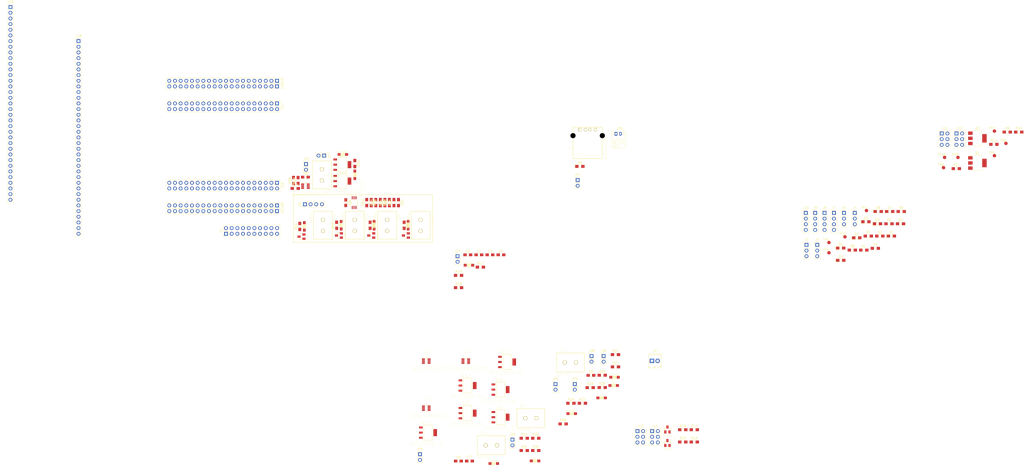
<source format=kicad_pcb>
(kicad_pcb (version 4) (host pcbnew 4.0.7-e2-6376~58~ubuntu17.04.1)
  (layers (0 F.Cu signal) (31 B.Cu signal) (34 B.Paste user) (35 F.Paste user) (36 B.SilkS user) (37 F.SilkS user) (38 B.Mask user) (39 F.Mask user) (44 Edge.Cuts user))
  (net 0 "")
  (net 1 "Net-(C1-Pad1)")
  (net 2 "Net-(C2-Pad1)")
  (net 3 "/Fixture Dev Kit - Functional Computer/LOLN")
  (net 4 GND)
  (net 5 "/Fixture Dev Kit - Functional Computer/LORN")
  (net 6 "Net-(C5-Pad2)")
  (net 7 "Net-(C6-Pad2)")
  (net 8 "Net-(C7-Pad2)")
  (net 9 "Net-(C8-Pad2)")
  (net 10 +5V)
  (net 11 "Net-(D1-Pad1)")
  (net 12 "Net-(D1-Pad2)")
  (net 13 "Net-(D2-Pad1)")
  (net 14 "Net-(D2-Pad2)")
  (net 15 "Net-(D3-Pad1)")
  (net 16 "Net-(D3-Pad2)")
  (net 17 "Net-(D4-Pad1)")
  (net 18 "Net-(D4-Pad2)")
  (net 19 "Net-(D5-Pad1)")
  (net 20 "Net-(D6-Pad1)")
  (net 21 "Net-(D7-Pad1)")
  (net 22 "Net-(D8-Pad1)")
  (net 23 /C4-VCC-3V3)
  (net 24 "/Fixture Dev Kit - INA/INA40_XIO")
  (net 25 "Net-(D10-Pad2)")
  (net 26 "/Fixture Dev Kit - INA/INA41_XIO")
  (net 27 "Net-(D11-Pad2)")
  (net 28 "/Fixture Dev Kit - INA/INA42_XIO")
  (net 29 "Net-(D12-Pad2)")
  (net 30 "/Fixture Dev Kit - INA/INA43_XIO")
  (net 31 "Net-(D13-Pad2)")
  (net 32 "/Fixture Dev Kit - ADS/AIN0_XIO")
  (net 33 "Net-(D14-Pad2)")
  (net 34 "/Fixture Dev Kit - ADS/AIN1_XIO")
  (net 35 "Net-(D15-Pad2)")
  (net 36 "/Fixture Dev Kit - ADS/AIN2_XIO")
  (net 37 "Net-(D16-Pad2)")
  (net 38 "/Fixture Dev Kit - ADS/AIN3_XIO")
  (net 39 "Net-(D17-Pad2)")
  (net 40 "/Fixture Dev Kit - Functional Computer/C4-PWR-IN")
  (net 41 "Net-(F2-Pad1)")
  (net 42 "Net-(F3-Pad1)")
  (net 43 "Net-(F4-Pad1)")
  (net 44 "Net-(F5-Pad1)")
  (net 45 /AIN0)
  (net 46 /AIN1)
  (net 47 /AIN2)
  (net 48 /AIN3)
  (net 49 /INA40_V-)
  (net 50 /INA41_V-)
  (net 51 /INA42_V-)
  (net 52 /INA43_V-)
  (net 53 /I2C-SDA)
  (net 54 /I2C-SCK)
  (net 55 /UART-RX)
  (net 56 /UART-TX)
  (net 57 /ADAPTER_ID)
  (net 58 "Net-(J3-Pad1)")
  (net 59 "Net-(J4-Pad1)")
  (net 60 "Net-(J5-Pad1)")
  (net 61 "Net-(J6-Pad1)")
  (net 62 "/Fixture Dev Kit - PMosfets/Source0")
  (net 63 "/Fixture Dev Kit - PMosfets/Gate0")
  (net 64 "/Fixture Dev Kit - PMosfets/Drain0")
  (net 65 "/Fixture Dev Kit - PMosfets/Source1")
  (net 66 "/Fixture Dev Kit - PMosfets/Gate1")
  (net 67 "/Fixture Dev Kit - PMosfets/Drain1")
  (net 68 "/Fixture Dev Kits - NMosfets/Source_0")
  (net 69 "/Fixture Dev Kits - NMosfets/Gate_0")
  (net 70 "/Fixture Dev Kits - NMosfets/Drain_0")
  (net 71 "/Fixture Dev Kits - NMosfets/Source_1")
  (net 72 "/Fixture Dev Kits - NMosfets/Gate_1")
  (net 73 "/Fixture Dev Kits - NMosfets/Drain_1")
  (net 74 "Net-(J15-Pad4)")
  (net 75 "Net-(J15-Pad6)")
  (net 76 "Net-(J15-Pad7)")
  (net 77 "Net-(J15-Pad8)")
  (net 78 "Net-(J15-Pad9)")
  (net 79 "Net-(J15-Pad10)")
  (net 80 "Net-(J15-Pad11)")
  (net 81 "Net-(J15-Pad12)")
  (net 82 "Net-(J15-Pad14)")
  (net 83 "Net-(J15-Pad15)")
  (net 84 "Net-(J15-Pad16)")
  (net 85 "Net-(J15-Pad17)")
  (net 86 "/Fixture Dev Kit - Functional Computer/I2C-SDA")
  (net 87 "/Fixture Dev Kit - Functional Computer/I2C-SCK")
  (net 88 "Net-(J16-Pad1)")
  (net 89 "/Fixture Dev Kit - Functional Computer/LOLP")
  (net 90 "/Fixture Dev Kit - Functional Computer/LORP")
  (net 91 "Net-(J16-Pad7)")
  (net 92 "Net-(J16-Pad8)")
  (net 93 "Net-(J16-Pad9)")
  (net 94 "Net-(J16-Pad10)")
  (net 95 "Net-(J16-Pad11)")
  (net 96 "Net-(J16-Pad12)")
  (net 97 "Net-(J16-Pad13)")
  (net 98 "Net-(J16-Pad14)")
  (net 99 "Net-(J16-Pad15)")
  (net 100 "Net-(J16-Pad16)")
  (net 101 "Net-(J16-Pad17)")
  (net 102 "Net-(J16-Pad19)")
  (net 103 "/Fixture Dev Kit - Functional Computer/BAT")
  (net 104 "/Fixture Dev Kit - Functional Computer/TS")
  (net 105 "/Fixture Dev Kit - Functional Computer/PWRON")
  (net 106 "/Fixture Dev Kit - Functional Computer/USBOTG_B_DP")
  (net 107 "/Fixture Dev Kit - Functional Computer/USBOTG_B_DM")
  (net 108 "/Fixture Dev Kit - Functional Computer/USBOTG_B_ID")
  (net 109 "Net-(J20-Pad2)")
  (net 110 "Net-(J20-Pad3)")
  (net 111 "Net-(J20-Pad4)")
  (net 112 "Net-(J20-Pad5)")
  (net 113 "Net-(J20-Pad6)")
  (net 114 "Net-(J20-Pad8)")
  (net 115 "Net-(J20-Pad9)")
  (net 116 "Net-(J20-Pad10)")
  (net 117 "Net-(J20-Pad11)")
  (net 118 "Net-(J20-Pad12)")
  (net 119 "Net-(J20-Pad13)")
  (net 120 "Net-(J20-Pad14)")
  (net 121 "Net-(J20-Pad15)")
  (net 122 "Net-(J20-Pad16)")
  (net 123 "Net-(J20-Pad17)")
  (net 124 "Net-(J20-Pad18)")
  (net 125 "Net-(J21-Pad7)")
  (net 126 "Net-(J21-Pad8)")
  (net 127 "Net-(J21-Pad9)")
  (net 128 "Net-(J21-Pad10)")
  (net 129 "Net-(J21-Pad11)")
  (net 130 "Net-(J21-Pad12)")
  (net 131 "Net-(J21-Pad13)")
  (net 132 "Net-(J21-Pad14)")
  (net 133 "Net-(J21-Pad15)")
  (net 134 "Net-(J21-Pad16)")
  (net 135 "Net-(J21-Pad18)")
  (net 136 "Net-(J24-Pad1)")
  (net 137 "/Fixture Dev Kit - INA/LOAD40_XIO")
  (net 138 "/Fixture Dev Kit - INA/LOAD41_XIO")
  (net 139 "/Fixture Dev Kit - INA/LOAD42_XIO")
  (net 140 "/Fixture Dev Kit - INA/LOAD43_XIO")
  (net 141 "Net-(Q5-Pad2)")
  (net 142 "Net-(Q6-Pad2)")
  (net 143 "Net-(Q7-Pad2)")
  (net 144 "Net-(Q8-Pad2)")
  (net 145 "Net-(Q9-Pad2)")
  (net 146 "Net-(Q10-Pad2)")
  (net 147 "Net-(Q11-Pad2)")
  (net 148 "Net-(Q12-Pad2)")
  (net 149 "Net-(Q13-Pad2)")
  (net 150 "Net-(Q14-Pad2)")
  (net 151 "Net-(Q15-Pad2)")
  (net 152 "Net-(Q16-Pad2)")
  (net 153 "Net-(R26-Pad1)")
  (net 154 "Net-(R27-Pad1)")
  (net 155 "Net-(R28-Pad1)")
  (net 156 "Net-(R29-Pad1)")
  (net 157 "Net-(R36-Pad1)")
  (net 158 "Net-(R37-Pad1)")
  (net 159 "Net-(R38-Pad1)")
  (net 160 "Net-(R39-Pad1)")
  (net 161 "Net-(R52-Pad2)")
  (net 162 "Net-(R53-Pad2)")
  (net 163 "Net-(R54-Pad2)")
  (net 164 "Net-(R55-Pad2)")
  (module Capacitors_SMD:C_0805_HandSoldering (layer F.Cu) (at 169.085001 131.355)
    (fp_text reference C1 (at 0 -1.75) (layer F.SilkS))
    (fp_text value 1uf)
    (pad 1 smd rect (at -1.25 0) (size 1.5 1.25) (layers F.Cu F.Paste F.Mask) (net 1 "Net-(C1-Pad1)"))
    (pad 2 smd rect (at 1.25 0) (size 1.5 1.25) (layers F.Cu F.Paste F.Mask))
  )
  (module Capacitors_SMD:C_0805_HandSoldering (layer F.Cu) (at 164.135001 131.355)
    (fp_text reference C2 (at 0 -1.75) (layer F.SilkS))
    (fp_text value 1uf)
    (pad 1 smd rect (at -1.25 0) (size 1.5 1.25) (layers F.Cu F.Paste F.Mask) (net 2 "Net-(C2-Pad1)"))
    (pad 2 smd rect (at 1.25 0) (size 1.5 1.25) (layers F.Cu F.Paste F.Mask))
  )
  (module Capacitors_SMD:C_0805_HandSoldering (layer F.Cu) (at 174.035001 131.355)
    (fp_text reference C3 (at 0 -1.75) (layer F.SilkS))
    (fp_text value 1uf)
    (pad 1 smd rect (at -1.25 0) (size 1.5 1.25) (layers F.Cu F.Paste F.Mask) (net 3 "/Fixture Dev Kit - Functional Computer/LOLN"))
    (pad 2 smd rect (at 1.25 0) (size 1.5 1.25) (layers F.Cu F.Paste F.Mask) (net 4 GND))
  )
  (module Capacitors_SMD:C_0805_HandSoldering (layer F.Cu) (at 178.985001 131.355)
    (fp_text reference C4 (at 0 -1.75) (layer F.SilkS))
    (fp_text value 1uf)
    (pad 1 smd rect (at -1.25 0) (size 1.5 1.25) (layers F.Cu F.Paste F.Mask) (net 5 "/Fixture Dev Kit - Functional Computer/LORN"))
    (pad 2 smd rect (at 1.25 0) (size 1.5 1.25) (layers F.Cu F.Paste F.Mask) (net 4 GND))
  )
  (module Capacitors_SMD:C_0805_HandSoldering (layer F.Cu) (at 91.44 96.52)
    (fp_text reference C5 (at 0 -1.75) (layer F.SilkS))
    (fp_text value 0.1uF)
    (pad 1 smd rect (at -1.25 0) (size 1.5 1.25) (layers F.Cu F.Paste F.Mask) (net 4 GND))
    (pad 2 smd rect (at 1.25 0) (size 1.5 1.25) (layers F.Cu F.Paste F.Mask) (net 6 "Net-(C5-Pad2)"))
  )
  (module Capacitors_SMD:C_0805_HandSoldering (layer F.Cu) (at 159.925001 223.775)
    (fp_text reference C6 (at 0 -1.75) (layer F.SilkS))
    (fp_text value 0.1uF)
    (pad 1 smd rect (at -1.25 0) (size 1.5 1.25) (layers F.Cu F.Paste F.Mask) (net 4 GND))
    (pad 2 smd rect (at 1.25 0) (size 1.5 1.25) (layers F.Cu F.Paste F.Mask) (net 7 "Net-(C6-Pad2)"))
  )
  (module Capacitors_SMD:C_0805_HandSoldering (layer F.Cu) (at 164.875001 223.775)
    (fp_text reference C7 (at 0 -1.75) (layer F.SilkS))
    (fp_text value 0.1uF)
    (pad 1 smd rect (at -1.25 0) (size 1.5 1.25) (layers F.Cu F.Paste F.Mask) (net 4 GND))
    (pad 2 smd rect (at 1.25 0) (size 1.5 1.25) (layers F.Cu F.Paste F.Mask) (net 8 "Net-(C7-Pad2)"))
  )
  (module Capacitors_SMD:C_0805_HandSoldering (layer F.Cu) (at 219.255001 185.365)
    (fp_text reference C8 (at 0 -1.75) (layer F.SilkS))
    (fp_text value 0.1uF)
    (pad 1 smd rect (at -1.25 0) (size 1.5 1.25) (layers F.Cu F.Paste F.Mask) (net 4 GND))
    (pad 2 smd rect (at 1.25 0) (size 1.5 1.25) (layers F.Cu F.Paste F.Mask) (net 9 "Net-(C8-Pad2)"))
  )
  (module Capacitors_SMD:C_0805_HandSoldering (layer F.Cu) (at 109.474 107.95 270)
    (fp_text reference C9 (at 0 -1.75 270) (layer F.SilkS))
    (fp_text value 0.1uF)
    (pad 1 smd rect (at -1.25 0 270) (size 1.5 1.25) (layers F.Cu F.Paste F.Mask) (net 10 +5V))
    (pad 2 smd rect (at 1.25 0 270) (size 1.5 1.25) (layers F.Cu F.Paste F.Mask) (net 4 GND))
  )
  (module LEDs:LED_0805_HandSoldering (layer F.Cu) (at 353.754762 122.935)
    (fp_text reference D1 (at 0 -1.7) (layer F.SilkS))
    (fp_text value Purple)
    (pad 1 smd rect (at -1.35 0) (size 1.5 1.3) (layers F.Cu F.Paste F.Mask) (net 11 "Net-(D1-Pad1)"))
    (pad 2 smd rect (at 1.35 0) (size 1.5 1.3) (layers F.Cu F.Paste F.Mask) (net 12 "Net-(D1-Pad2)"))
  )
  (module LEDs:LED_0805_HandSoldering (layer F.Cu) (at 347.534762 117.435)
    (fp_text reference D2 (at 0 -1.7) (layer F.SilkS))
    (fp_text value Purple)
    (pad 1 smd rect (at -1.35 0) (size 1.5 1.3) (layers F.Cu F.Paste F.Mask) (net 13 "Net-(D2-Pad1)"))
    (pad 2 smd rect (at 1.35 0) (size 1.5 1.3) (layers F.Cu F.Paste F.Mask) (net 14 "Net-(D2-Pad2)"))
  )
  (module LEDs:LED_0805_HandSoldering (layer F.Cu) (at 331.094762 133.815)
    (fp_text reference D3 (at 0 -1.7) (layer F.SilkS))
    (fp_text value Purple)
    (pad 1 smd rect (at -1.35 0) (size 1.5 1.3) (layers F.Cu F.Paste F.Mask) (net 15 "Net-(D3-Pad1)"))
    (pad 2 smd rect (at 1.35 0) (size 1.5 1.3) (layers F.Cu F.Paste F.Mask) (net 16 "Net-(D3-Pad2)"))
  )
  (module LEDs:LED_0805_HandSoldering (layer F.Cu) (at 338.254762 123.725)
    (fp_text reference D4 (at 0 -1.7) (layer F.SilkS))
    (fp_text value Purple)
    (pad 1 smd rect (at -1.35 0) (size 1.5 1.3) (layers F.Cu F.Paste F.Mask) (net 17 "Net-(D4-Pad1)"))
    (pad 2 smd rect (at 1.35 0) (size 1.5 1.3) (layers F.Cu F.Paste F.Mask) (net 18 "Net-(D4-Pad2)"))
  )
  (module LEDs:LED_0805_HandSoldering (layer F.Cu) (at 342.355001 116.525)
    (fp_text reference D5 (at 0 -1.7) (layer F.SilkS))
    (fp_text value Green)
    (pad 1 smd rect (at -1.35 0) (size 1.5 1.3) (layers F.Cu F.Paste F.Mask) (net 19 "Net-(D5-Pad1)"))
    (pad 2 smd rect (at 1.35 0) (size 1.5 1.3) (layers F.Cu F.Paste F.Mask) (net 11 "Net-(D1-Pad1)"))
  )
  (module LEDs:LED_0805_HandSoldering (layer F.Cu) (at 331.065001 128.315)
    (fp_text reference D6 (at 0 -1.7) (layer F.SilkS))
    (fp_text value Green)
    (pad 1 smd rect (at -1.35 0) (size 1.5 1.3) (layers F.Cu F.Paste F.Mask) (net 20 "Net-(D6-Pad1)"))
    (pad 2 smd rect (at 1.35 0) (size 1.5 1.3) (layers F.Cu F.Paste F.Mask) (net 13 "Net-(D2-Pad1)"))
  )
  (module LEDs:LED_0805_HandSoldering (layer F.Cu) (at 353.015001 111.935)
    (fp_text reference D7 (at 0 -1.7) (layer F.SilkS))
    (fp_text value Green)
    (pad 1 smd rect (at -1.35 0) (size 1.5 1.3) (layers F.Cu F.Paste F.Mask) (net 21 "Net-(D7-Pad1)"))
    (pad 2 smd rect (at 1.35 0) (size 1.5 1.3) (layers F.Cu F.Paste F.Mask) (net 15 "Net-(D3-Pad1)"))
  )
  (module LEDs:LED_0805_HandSoldering (layer F.Cu) (at 347.865001 111.935)
    (fp_text reference D8 (at 0 -1.7) (layer F.SilkS))
    (fp_text value Green)
    (pad 1 smd rect (at -1.35 0) (size 1.5 1.3) (layers F.Cu F.Paste F.Mask) (net 22 "Net-(D8-Pad1)"))
    (pad 2 smd rect (at 1.35 0) (size 1.5 1.3) (layers F.Cu F.Paste F.Mask) (net 17 "Net-(D4-Pad1)"))
  )
  (module LEDs:LED_0805_HandSoldering (layer F.Cu) (at 214.291429 91.715)
    (fp_text reference D9 (at 0 -1.7) (layer F.SilkS))
    (fp_text value LNJP12X8ARA)
    (pad 1 smd rect (at -1.35 0) (size 1.5 1.3) (layers F.Cu F.Paste F.Mask) (net 4 GND))
    (pad 2 smd rect (at 1.35 0) (size 1.5 1.3) (layers F.Cu F.Paste F.Mask) (net 23 /C4-VCC-3V3))
  )
  (module 1206:1206 (layer F.Cu) (at 108.204 86.36)
    (fp_text reference D10 (at -0.62201 1.2852) (layer F.SilkS) (effects (font (size 0.480936 0.480936) (thickness 0.05))))
    (fp_text value LNJP12X8ARA (at -0.31649 -1.25925) (layer F.SilkS) (effects (font (size 0.480745 0.480745) (thickness 0.05))))
    (pad 1 smd rect (at -1.7 0) (size 1.35 1.2) (layers F.Cu F.Paste F.Mask) (net 24 "/Fixture Dev Kit - INA/INA40_XIO"))
    (pad 2 smd rect (at 1.65 0) (size 1.35 1.2) (layers F.Cu F.Paste F.Mask) (net 25 "Net-(D10-Pad2)"))
  )
  (module 1206:1206 (layer F.Cu) (at 175.774553 224.880771)
    (fp_text reference D11 (at -0.62201 1.2852) (layer F.SilkS) (effects (font (size 0.480936 0.480936) (thickness 0.05))))
    (fp_text value LNJP12X8ARA (at -0.31649 -1.25925) (layer F.SilkS) (effects (font (size 0.480745 0.480745) (thickness 0.05))))
    (pad 1 smd rect (at -1.7 0) (size 1.35 1.2) (layers F.Cu F.Paste F.Mask) (net 26 "/Fixture Dev Kit - INA/INA41_XIO"))
    (pad 2 smd rect (at 1.65 0) (size 1.35 1.2) (layers F.Cu F.Paste F.Mask) (net 27 "Net-(D11-Pad2)"))
  )
  (module 1206:1206 (layer F.Cu) (at 210.664553 202.520771)
    (fp_text reference D12 (at -0.62201 1.2852) (layer F.SilkS) (effects (font (size 0.480936 0.480936) (thickness 0.05))))
    (fp_text value LNJP12X8ARA (at -0.31649 -1.25925) (layer F.SilkS) (effects (font (size 0.480745 0.480745) (thickness 0.05))))
    (pad 1 smd rect (at -1.7 0) (size 1.35 1.2) (layers F.Cu F.Paste F.Mask) (net 28 "/Fixture Dev Kit - INA/INA42_XIO"))
    (pad 2 smd rect (at 1.65 0) (size 1.35 1.2) (layers F.Cu F.Paste F.Mask) (net 29 "Net-(D12-Pad2)"))
  )
  (module 1206:1206 (layer F.Cu) (at 229.834553 186.210771)
    (fp_text reference D13 (at -0.62201 1.2852) (layer F.SilkS) (effects (font (size 0.480936 0.480936) (thickness 0.05))))
    (fp_text value LNJP12X8ARA (at -0.31649 -1.25925) (layer F.SilkS) (effects (font (size 0.480745 0.480745) (thickness 0.05))))
    (pad 1 smd rect (at -1.7 0) (size 1.35 1.2) (layers F.Cu F.Paste F.Mask) (net 30 "/Fixture Dev Kit - INA/INA43_XIO"))
    (pad 2 smd rect (at 1.65 0) (size 1.35 1.2) (layers F.Cu F.Paste F.Mask) (net 31 "Net-(D13-Pad2)"))
  )
  (module 1206:1206 (layer F.Cu) (at 90.932 118.618 270)
    (fp_text reference D14 (at -0.62201 1.2852 270) (layer F.SilkS) (effects (font (size 0.480936 0.480936) (thickness 0.05))))
    (fp_text value LED (at -0.31649 -1.25925 270) (layer F.SilkS) (effects (font (size 0.480745 0.480745) (thickness 0.05))))
    (pad 1 smd rect (at -1.7 0 270) (size 1.35 1.2) (layers F.Cu F.Paste F.Mask) (net 32 "/Fixture Dev Kit - ADS/AIN0_XIO"))
    (pad 2 smd rect (at 1.65 0 270) (size 1.35 1.2) (layers F.Cu F.Paste F.Mask) (net 33 "Net-(D14-Pad2)"))
  )
  (module 1206:1206 (layer F.Cu) (at 107.442 118.11 270)
    (fp_text reference D15 (at -0.62201 1.2852 270) (layer F.SilkS) (effects (font (size 0.480936 0.480936) (thickness 0.05))))
    (fp_text value LED (at -0.31649 -1.25925 270) (layer F.SilkS) (effects (font (size 0.480745 0.480745) (thickness 0.05))))
    (pad 1 smd rect (at -1.7 0 270) (size 1.35 1.2) (layers F.Cu F.Paste F.Mask) (net 34 "/Fixture Dev Kit - ADS/AIN1_XIO"))
    (pad 2 smd rect (at 1.65 0 270) (size 1.35 1.2) (layers F.Cu F.Paste F.Mask) (net 35 "Net-(D15-Pad2)"))
  )
  (module 1206:1206 (layer F.Cu) (at 122.174 118.11 270)
    (fp_text reference D16 (at -0.62201 1.2852 270) (layer F.SilkS) (effects (font (size 0.480936 0.480936) (thickness 0.05))))
    (fp_text value LED (at -0.31649 -1.25925 270) (layer F.SilkS) (effects (font (size 0.480745 0.480745) (thickness 0.05))))
    (pad 1 smd rect (at -1.7 0 270) (size 1.35 1.2) (layers F.Cu F.Paste F.Mask) (net 36 "/Fixture Dev Kit - ADS/AIN2_XIO"))
    (pad 2 smd rect (at 1.65 0 270) (size 1.35 1.2) (layers F.Cu F.Paste F.Mask) (net 37 "Net-(D16-Pad2)"))
  )
  (module 1206:1206 (layer F.Cu) (at 137.414 118.11 270)
    (fp_text reference D17 (at -0.62201 1.2852 270) (layer F.SilkS) (effects (font (size 0.480936 0.480936) (thickness 0.05))))
    (fp_text value LED (at -0.31649 -1.25925 270) (layer F.SilkS) (effects (font (size 0.480745 0.480745) (thickness 0.05))))
    (pad 1 smd rect (at -1.7 0 270) (size 1.35 1.2) (layers F.Cu F.Paste F.Mask) (net 38 "/Fixture Dev Kit - ADS/AIN3_XIO"))
    (pad 2 smd rect (at 1.65 0 270) (size 1.35 1.2) (layers F.Cu F.Paste F.Mask) (net 39 "Net-(D17-Pad2)"))
  )
  (module 1206:1206 (layer F.Cu) (at 164.660337 136.000771)
    (fp_text reference F1 (at -0.62201 1.2852) (layer F.SilkS) (effects (font (size 0.480936 0.480936) (thickness 0.05))))
    (fp_text value 1206SFP300F (at -0.31649 -1.25925) (layer F.SilkS) (effects (font (size 0.480745 0.480745) (thickness 0.05))))
    (pad 1 smd rect (at -1.7 0) (size 1.35 1.2) (layers F.Cu F.Paste F.Mask))
    (pad 2 smd rect (at 1.65 0) (size 1.35 1.2) (layers F.Cu F.Paste F.Mask) (net 40 "/Fixture Dev Kit - Functional Computer/C4-PWR-IN"))
  )
  (module 1206:1206 (layer F.Cu) (at 113.538 95.504 270)
    (fp_text reference F2 (at -0.62201 1.2852 270) (layer F.SilkS) (effects (font (size 0.480936 0.480936) (thickness 0.05))))
    (fp_text value 1.5A (at -0.31649 -1.25925 270) (layer F.SilkS) (effects (font (size 0.480745 0.480745) (thickness 0.05))))
    (pad 1 smd rect (at -1.7 0 270) (size 1.35 1.2) (layers F.Cu F.Paste F.Mask) (net 41 "Net-(F2-Pad1)"))
    (pad 2 smd rect (at 1.65 0 270) (size 1.35 1.2) (layers F.Cu F.Paste F.Mask) (net 10 +5V))
  )
  (module 1206:1206 (layer F.Cu) (at 194.255 223.700771)
    (fp_text reference F3 (at -0.62201 1.2852) (layer F.SilkS) (effects (font (size 0.480936 0.480936) (thickness 0.05))))
    (fp_text value 1.5A (at -0.31649 -1.25925) (layer F.SilkS) (effects (font (size 0.480745 0.480745) (thickness 0.05))))
    (pad 1 smd rect (at -1.7 0) (size 1.35 1.2) (layers F.Cu F.Paste F.Mask) (net 42 "Net-(F3-Pad1)"))
    (pad 2 smd rect (at 1.65 0) (size 1.35 1.2) (layers F.Cu F.Paste F.Mask) (net 10 +5V))
  )
  (module 1206:1206 (layer F.Cu) (at 224.065 195.460771)
    (fp_text reference F4 (at -0.62201 1.2852) (layer F.SilkS) (effects (font (size 0.480936 0.480936) (thickness 0.05))))
    (fp_text value 1.5A (at -0.31649 -1.25925) (layer F.SilkS) (effects (font (size 0.480745 0.480745) (thickness 0.05))))
    (pad 1 smd rect (at -1.7 0) (size 1.35 1.2) (layers F.Cu F.Paste F.Mask) (net 43 "Net-(F4-Pad1)"))
    (pad 2 smd rect (at 1.65 0) (size 1.35 1.2) (layers F.Cu F.Paste F.Mask) (net 10 +5V))
  )
  (module 1206:1206 (layer F.Cu) (at 229.455 189.920771)
    (fp_text reference F5 (at -0.62201 1.2852) (layer F.SilkS) (effects (font (size 0.480936 0.480936) (thickness 0.05))))
    (fp_text value 1.5A (at -0.31649 -1.25925) (layer F.SilkS) (effects (font (size 0.480745 0.480745) (thickness 0.05))))
    (pad 1 smd rect (at -1.7 0) (size 1.35 1.2) (layers F.Cu F.Paste F.Mask) (net 44 "Net-(F5-Pad1)"))
    (pad 2 smd rect (at 1.65 0) (size 1.35 1.2) (layers F.Cu F.Paste F.Mask) (net 10 +5V))
  )
  (module Pin_Headers:Pin_Header_Straight_2x10_Pitch2.54mm (layer F.Cu) (at 55.88 121.92 90)
    (fp_text reference J1 (at 1.27 -2.33 90) (layer F.SilkS))
    (fp_text value DUT)
    (pad 1 thru_hole rect (at 0 0 90) (size 1.7 1.7) (drill 1) (layers *.Cu *.Mask) (net 45 /AIN0))
    (pad 2 thru_hole oval (at 2.54 0 90) (size 1.7 1.7) (drill 1) (layers *.Cu *.Mask) (net 46 /AIN1))
    (pad 3 thru_hole oval (at 0 2.54 90) (size 1.7 1.7) (drill 1) (layers *.Cu *.Mask) (net 47 /AIN2))
    (pad 4 thru_hole oval (at 2.54 2.54 90) (size 1.7 1.7) (drill 1) (layers *.Cu *.Mask) (net 48 /AIN3))
    (pad 5 thru_hole oval (at 0 5.08 90) (size 1.7 1.7) (drill 1) (layers *.Cu *.Mask) (net 49 /INA40_V-))
    (pad 6 thru_hole oval (at 2.54 5.08 90) (size 1.7 1.7) (drill 1) (layers *.Cu *.Mask) (net 50 /INA41_V-))
    (pad 7 thru_hole oval (at 0 7.62 90) (size 1.7 1.7) (drill 1) (layers *.Cu *.Mask) (net 51 /INA42_V-))
    (pad 8 thru_hole oval (at 2.54 7.62 90) (size 1.7 1.7) (drill 1) (layers *.Cu *.Mask) (net 52 /INA43_V-))
    (pad 9 thru_hole oval (at 0 10.16 90) (size 1.7 1.7) (drill 1) (layers *.Cu *.Mask) (net 53 /I2C-SDA))
    (pad 10 thru_hole oval (at 2.54 10.16 90) (size 1.7 1.7) (drill 1) (layers *.Cu *.Mask) (net 54 /I2C-SCK))
    (pad 11 thru_hole oval (at 0 12.7 90) (size 1.7 1.7) (drill 1) (layers *.Cu *.Mask) (net 4 GND))
    (pad 12 thru_hole oval (at 2.54 12.7 90) (size 1.7 1.7) (drill 1) (layers *.Cu *.Mask) (net 4 GND))
    (pad 13 thru_hole oval (at 0 15.24 90) (size 1.7 1.7) (drill 1) (layers *.Cu *.Mask) (net 4 GND))
    (pad 14 thru_hole oval (at 2.54 15.24 90) (size 1.7 1.7) (drill 1) (layers *.Cu *.Mask) (net 4 GND))
    (pad 15 thru_hole oval (at 0 17.78 90) (size 1.7 1.7) (drill 1) (layers *.Cu *.Mask) (net 4 GND))
    (pad 16 thru_hole oval (at 2.54 17.78 90) (size 1.7 1.7) (drill 1) (layers *.Cu *.Mask) (net 4 GND))
    (pad 17 thru_hole oval (at 0 20.32 90) (size 1.7 1.7) (drill 1) (layers *.Cu *.Mask) (net 4 GND))
    (pad 18 thru_hole oval (at 2.54 20.32 90) (size 1.7 1.7) (drill 1) (layers *.Cu *.Mask) (net 55 /UART-RX))
    (pad 19 thru_hole oval (at 0 22.86 90) (size 1.7 1.7) (drill 1) (layers *.Cu *.Mask) (net 56 /UART-TX))
    (pad 20 thru_hole oval (at 2.54 22.86 90) (size 1.7 1.7) (drill 1) (layers *.Cu *.Mask) (net 57 /ADAPTER_ID))
  )
  (module TerminalBlocks_Phoenix:TerminalBlock_Phoenix_MPT-2.54mm_2pol (layer F.Cu) (at 246.565001 178.86588)
    (fp_text reference J2 (at 1.27 -4.50088) (layer F.SilkS))
    (fp_text value POWER)
    (pad 2 thru_hole oval (at 2.54 0) (size 1.99898 1.99898) (drill 1.09728) (layers *.Cu *.Mask) (net 10 +5V))
    (pad 1 thru_hole rect (at 0 0) (size 1.99898 1.99898) (drill 1.09728) (layers *.Cu *.Mask) (net 4 GND))
    (pad "" np_thru_hole circle (at 0 2.54) (size 1.1 1.1) (drill 1.1) (layers *.Cu *.Mask))
    (pad "" np_thru_hole circle (at 2.54 2.54) (size 1.1 1.1) (drill 1.1) (layers *.Cu *.Mask))
  )
  (module Pin_Headers:Pin_Header_Straight_1x03_Pitch2.54mm (layer F.Cu) (at 315.754286 126.895)
    (fp_text reference J3 (at 0 -2.33) (layer F.SilkS))
    (fp_text value LED_0)
    (pad 1 thru_hole rect (at 0 0) (size 1.7 1.7) (drill 1) (layers *.Cu *.Mask) (net 58 "Net-(J3-Pad1)"))
    (pad 2 thru_hole oval (at 0 2.54) (size 1.7 1.7) (drill 1) (layers *.Cu *.Mask) (net 11 "Net-(D1-Pad1)"))
    (pad 3 thru_hole oval (at 0 5.08) (size 1.7 1.7) (drill 1) (layers *.Cu *.Mask) (net 4 GND))
  )
  (module Pin_Headers:Pin_Header_Straight_1x03_Pitch2.54mm (layer F.Cu) (at 337.374286 112.565)
    (fp_text reference J4 (at 0 -2.33) (layer F.SilkS))
    (fp_text value LED_1)
    (pad 1 thru_hole rect (at 0 0) (size 1.7 1.7) (drill 1) (layers *.Cu *.Mask) (net 59 "Net-(J4-Pad1)"))
    (pad 2 thru_hole oval (at 0 2.54) (size 1.7 1.7) (drill 1) (layers *.Cu *.Mask) (net 13 "Net-(D2-Pad1)"))
    (pad 3 thru_hole oval (at 0 5.08) (size 1.7 1.7) (drill 1) (layers *.Cu *.Mask) (net 4 GND))
  )
  (module Pin_Headers:Pin_Header_Straight_1x03_Pitch2.54mm (layer F.Cu) (at 320.574286 126.895)
    (fp_text reference J5 (at 0 -2.33) (layer F.SilkS))
    (fp_text value LED_2)
    (pad 1 thru_hole rect (at 0 0) (size 1.7 1.7) (drill 1) (layers *.Cu *.Mask) (net 60 "Net-(J5-Pad1)"))
    (pad 2 thru_hole oval (at 0 2.54) (size 1.7 1.7) (drill 1) (layers *.Cu *.Mask) (net 15 "Net-(D3-Pad1)"))
    (pad 3 thru_hole oval (at 0 5.08) (size 1.7 1.7) (drill 1) (layers *.Cu *.Mask) (net 4 GND))
  )
  (module Pin_Headers:Pin_Header_Straight_1x03_Pitch2.54mm (layer F.Cu) (at 332.554286 112.565)
    (fp_text reference J6 (at 0 -2.33) (layer F.SilkS))
    (fp_text value LED_3)
    (pad 1 thru_hole rect (at 0 0) (size 1.7 1.7) (drill 1) (layers *.Cu *.Mask) (net 61 "Net-(J6-Pad1)"))
    (pad 2 thru_hole oval (at 0 2.54) (size 1.7 1.7) (drill 1) (layers *.Cu *.Mask) (net 17 "Net-(D4-Pad1)"))
    (pad 3 thru_hole oval (at 0 5.08) (size 1.7 1.7) (drill 1) (layers *.Cu *.Mask) (net 4 GND))
  )
  (module Pin_Headers:Pin_Header_Straight_1x04_Pitch2.54mm (layer F.Cu) (at 328.044762 112.565)
    (fp_text reference J7 (at 0 -2.33) (layer F.SilkS))
    (fp_text value SW_0)
    (pad 1 thru_hole rect (at 0 0) (size 1.7 1.7) (drill 1) (layers *.Cu *.Mask))
    (pad 2 thru_hole oval (at 0 2.54) (size 1.7 1.7) (drill 1) (layers *.Cu *.Mask))
    (pad 3 thru_hole oval (at 0 5.08) (size 1.7 1.7) (drill 1) (layers *.Cu *.Mask))
    (pad 4 thru_hole oval (at 0 7.62) (size 1.7 1.7) (drill 1) (layers *.Cu *.Mask))
  )
  (module Pin_Headers:Pin_Header_Straight_1x04_Pitch2.54mm (layer F.Cu) (at 323.844762 112.565)
    (fp_text reference J8 (at 0 -2.33) (layer F.SilkS))
    (fp_text value SW_1)
    (pad 1 thru_hole rect (at 0 0) (size 1.7 1.7) (drill 1) (layers *.Cu *.Mask))
    (pad 2 thru_hole oval (at 0 2.54) (size 1.7 1.7) (drill 1) (layers *.Cu *.Mask))
    (pad 3 thru_hole oval (at 0 5.08) (size 1.7 1.7) (drill 1) (layers *.Cu *.Mask))
    (pad 4 thru_hole oval (at 0 7.62) (size 1.7 1.7) (drill 1) (layers *.Cu *.Mask))
  )
  (module Pin_Headers:Pin_Header_Straight_1x04_Pitch2.54mm (layer F.Cu) (at 319.644762 112.565)
    (fp_text reference J9 (at 0 -2.33) (layer F.SilkS))
    (fp_text value SW_2)
    (pad 1 thru_hole rect (at 0 0) (size 1.7 1.7) (drill 1) (layers *.Cu *.Mask))
    (pad 2 thru_hole oval (at 0 2.54) (size 1.7 1.7) (drill 1) (layers *.Cu *.Mask))
    (pad 3 thru_hole oval (at 0 5.08) (size 1.7 1.7) (drill 1) (layers *.Cu *.Mask))
    (pad 4 thru_hole oval (at 0 7.62) (size 1.7 1.7) (drill 1) (layers *.Cu *.Mask))
  )
  (module Pin_Headers:Pin_Header_Straight_1x04_Pitch2.54mm (layer F.Cu) (at 315.444762 112.565)
    (fp_text reference J10 (at 0 -2.33) (layer F.SilkS))
    (fp_text value SW_3)
    (pad 1 thru_hole rect (at 0 0) (size 1.7 1.7) (drill 1) (layers *.Cu *.Mask))
    (pad 2 thru_hole oval (at 0 2.54) (size 1.7 1.7) (drill 1) (layers *.Cu *.Mask))
    (pad 3 thru_hole oval (at 0 5.08) (size 1.7 1.7) (drill 1) (layers *.Cu *.Mask))
    (pad 4 thru_hole oval (at 0 7.62) (size 1.7 1.7) (drill 1) (layers *.Cu *.Mask))
  )
  (module Pin_Headers:Pin_Header_Straight_2x03_Pitch2.54mm (layer F.Cu) (at 376.305001 76.965)
    (fp_text reference J11 (at 1.27 -2.33) (layer F.SilkS))
    (fp_text value FET_0)
    (pad 1 thru_hole rect (at 0 0) (size 1.7 1.7) (drill 1) (layers *.Cu *.Mask) (net 62 "/Fixture Dev Kit - PMosfets/Source0"))
    (pad 2 thru_hole oval (at 2.54 0) (size 1.7 1.7) (drill 1) (layers *.Cu *.Mask) (net 62 "/Fixture Dev Kit - PMosfets/Source0"))
    (pad 3 thru_hole oval (at 0 2.54) (size 1.7 1.7) (drill 1) (layers *.Cu *.Mask) (net 63 "/Fixture Dev Kit - PMosfets/Gate0"))
    (pad 4 thru_hole oval (at 2.54 2.54) (size 1.7 1.7) (drill 1) (layers *.Cu *.Mask) (net 63 "/Fixture Dev Kit - PMosfets/Gate0"))
    (pad 5 thru_hole oval (at 0 5.08) (size 1.7 1.7) (drill 1) (layers *.Cu *.Mask) (net 64 "/Fixture Dev Kit - PMosfets/Drain0"))
    (pad 6 thru_hole oval (at 2.54 5.08) (size 1.7 1.7) (drill 1) (layers *.Cu *.Mask) (net 64 "/Fixture Dev Kit - PMosfets/Drain0"))
  )
  (module Pin_Headers:Pin_Header_Straight_2x03_Pitch2.54mm (layer F.Cu) (at 382.905001 76.965)
    (fp_text reference J12 (at 1.27 -2.33) (layer F.SilkS))
    (fp_text value FET_0)
    (pad 1 thru_hole rect (at 0 0) (size 1.7 1.7) (drill 1) (layers *.Cu *.Mask) (net 65 "/Fixture Dev Kit - PMosfets/Source1"))
    (pad 2 thru_hole oval (at 2.54 0) (size 1.7 1.7) (drill 1) (layers *.Cu *.Mask) (net 65 "/Fixture Dev Kit - PMosfets/Source1"))
    (pad 3 thru_hole oval (at 0 2.54) (size 1.7 1.7) (drill 1) (layers *.Cu *.Mask) (net 66 "/Fixture Dev Kit - PMosfets/Gate1"))
    (pad 4 thru_hole oval (at 2.54 2.54) (size 1.7 1.7) (drill 1) (layers *.Cu *.Mask) (net 66 "/Fixture Dev Kit - PMosfets/Gate1"))
    (pad 5 thru_hole oval (at 0 5.08) (size 1.7 1.7) (drill 1) (layers *.Cu *.Mask) (net 67 "/Fixture Dev Kit - PMosfets/Drain1"))
    (pad 6 thru_hole oval (at 2.54 5.08) (size 1.7 1.7) (drill 1) (layers *.Cu *.Mask) (net 67 "/Fixture Dev Kit - PMosfets/Drain1"))
  )
  (module Pin_Headers:Pin_Header_Straight_2x03_Pitch2.54mm (layer F.Cu) (at 240.065001 210.365)
    (fp_text reference J13 (at 1.27 -2.33) (layer F.SilkS))
    (fp_text value NFET_0)
    (pad 1 thru_hole rect (at 0 0) (size 1.7 1.7) (drill 1) (layers *.Cu *.Mask) (net 68 "/Fixture Dev Kits - NMosfets/Source_0"))
    (pad 2 thru_hole oval (at 2.54 0) (size 1.7 1.7) (drill 1) (layers *.Cu *.Mask) (net 68 "/Fixture Dev Kits - NMosfets/Source_0"))
    (pad 3 thru_hole oval (at 0 2.54) (size 1.7 1.7) (drill 1) (layers *.Cu *.Mask) (net 69 "/Fixture Dev Kits - NMosfets/Gate_0"))
    (pad 4 thru_hole oval (at 2.54 2.54) (size 1.7 1.7) (drill 1) (layers *.Cu *.Mask) (net 69 "/Fixture Dev Kits - NMosfets/Gate_0"))
    (pad 5 thru_hole oval (at 0 5.08) (size 1.7 1.7) (drill 1) (layers *.Cu *.Mask) (net 70 "/Fixture Dev Kits - NMosfets/Drain_0"))
    (pad 6 thru_hole oval (at 2.54 5.08) (size 1.7 1.7) (drill 1) (layers *.Cu *.Mask) (net 70 "/Fixture Dev Kits - NMosfets/Drain_0"))
  )
  (module Pin_Headers:Pin_Header_Straight_2x03_Pitch2.54mm (layer F.Cu) (at 246.665001 210.365)
    (fp_text reference J14 (at 1.27 -2.33) (layer F.SilkS))
    (fp_text value NFET_1)
    (pad 1 thru_hole rect (at 0 0) (size 1.7 1.7) (drill 1) (layers *.Cu *.Mask) (net 71 "/Fixture Dev Kits - NMosfets/Source_1"))
    (pad 2 thru_hole oval (at 2.54 0) (size 1.7 1.7) (drill 1) (layers *.Cu *.Mask) (net 71 "/Fixture Dev Kits - NMosfets/Source_1"))
    (pad 3 thru_hole oval (at 0 2.54) (size 1.7 1.7) (drill 1) (layers *.Cu *.Mask) (net 72 "/Fixture Dev Kits - NMosfets/Gate_1"))
    (pad 4 thru_hole oval (at 2.54 2.54) (size 1.7 1.7) (drill 1) (layers *.Cu *.Mask) (net 72 "/Fixture Dev Kits - NMosfets/Gate_1"))
    (pad 5 thru_hole oval (at 0 5.08) (size 1.7 1.7) (drill 1) (layers *.Cu *.Mask) (net 73 "/Fixture Dev Kits - NMosfets/Drain_1"))
    (pad 6 thru_hole oval (at 2.54 5.08) (size 1.7 1.7) (drill 1) (layers *.Cu *.Mask) (net 73 "/Fixture Dev Kits - NMosfets/Drain_1"))
  )
  (module Pin_Headers:Pin_Header_Straight_1x20_Pitch2.54mm (layer F.Cu) (at 78.74 53.34 270)
    (fp_text reference J15 (at 0 -2.33 270) (layer F.SilkS))
    (fp_text value Conn_01x20)
    (pad 1 thru_hole rect (at 0 0 270) (size 1.7 1.7) (drill 1) (layers *.Cu *.Mask) (net 4 GND))
    (pad 2 thru_hole oval (at 0 2.54 270) (size 1.7 1.7) (drill 1) (layers *.Cu *.Mask) (net 56 /UART-TX))
    (pad 3 thru_hole oval (at 0 5.08 270) (size 1.7 1.7) (drill 1) (layers *.Cu *.Mask) (net 55 /UART-RX))
    (pad 4 thru_hole oval (at 0 7.62 270) (size 1.7 1.7) (drill 1) (layers *.Cu *.Mask) (net 74 "Net-(J15-Pad4)"))
    (pad 5 thru_hole oval (at 0 10.16 270) (size 1.7 1.7) (drill 1) (layers *.Cu *.Mask) (net 23 /C4-VCC-3V3))
    (pad 6 thru_hole oval (at 0 12.7 270) (size 1.7 1.7) (drill 1) (layers *.Cu *.Mask) (net 75 "Net-(J15-Pad6)"))
    (pad 7 thru_hole oval (at 0 15.24 270) (size 1.7 1.7) (drill 1) (layers *.Cu *.Mask) (net 76 "Net-(J15-Pad7)"))
    (pad 8 thru_hole oval (at 0 17.78 270) (size 1.7 1.7) (drill 1) (layers *.Cu *.Mask) (net 77 "Net-(J15-Pad8)"))
    (pad 9 thru_hole oval (at 0 20.32 270) (size 1.7 1.7) (drill 1) (layers *.Cu *.Mask) (net 78 "Net-(J15-Pad9)"))
    (pad 10 thru_hole oval (at 0 22.86 270) (size 1.7 1.7) (drill 1) (layers *.Cu *.Mask) (net 79 "Net-(J15-Pad10)"))
    (pad 11 thru_hole oval (at 0 25.4 270) (size 1.7 1.7) (drill 1) (layers *.Cu *.Mask) (net 80 "Net-(J15-Pad11)"))
    (pad 12 thru_hole oval (at 0 27.94 270) (size 1.7 1.7) (drill 1) (layers *.Cu *.Mask) (net 81 "Net-(J15-Pad12)"))
    (pad 13 thru_hole oval (at 0 30.48 270) (size 1.7 1.7) (drill 1) (layers *.Cu *.Mask) (net 4 GND))
    (pad 14 thru_hole oval (at 0 33.02 270) (size 1.7 1.7) (drill 1) (layers *.Cu *.Mask) (net 82 "Net-(J15-Pad14)"))
    (pad 15 thru_hole oval (at 0 35.56 270) (size 1.7 1.7) (drill 1) (layers *.Cu *.Mask) (net 83 "Net-(J15-Pad15)"))
    (pad 16 thru_hole oval (at 0 38.1 270) (size 1.7 1.7) (drill 1) (layers *.Cu *.Mask) (net 84 "Net-(J15-Pad16)"))
    (pad 17 thru_hole oval (at 0 40.64 270) (size 1.7 1.7) (drill 1) (layers *.Cu *.Mask) (net 85 "Net-(J15-Pad17)"))
    (pad 18 thru_hole oval (at 0 43.18 270) (size 1.7 1.7) (drill 1) (layers *.Cu *.Mask) (net 86 "/Fixture Dev Kit - Functional Computer/I2C-SDA"))
    (pad 19 thru_hole oval (at 0 45.72 270) (size 1.7 1.7) (drill 1) (layers *.Cu *.Mask) (net 87 "/Fixture Dev Kit - Functional Computer/I2C-SCK"))
    (pad 20 thru_hole oval (at 0 48.26 270) (size 1.7 1.7) (drill 1) (layers *.Cu *.Mask) (net 4 GND))
  )
  (module Pin_Headers:Pin_Header_Straight_1x20_Pitch2.54mm (layer F.Cu) (at 78.74 55.88 270)
    (fp_text reference J16 (at 0 -2.33 270) (layer F.SilkS))
    (fp_text value Conn_01x20)
    (pad 1 thru_hole rect (at 0 0 270) (size 1.7 1.7) (drill 1) (layers *.Cu *.Mask) (net 88 "Net-(J16-Pad1)"))
    (pad 2 thru_hole oval (at 0 2.54 270) (size 1.7 1.7) (drill 1) (layers *.Cu *.Mask) (net 89 "/Fixture Dev Kit - Functional Computer/LOLP"))
    (pad 3 thru_hole oval (at 0 5.08 270) (size 1.7 1.7) (drill 1) (layers *.Cu *.Mask) (net 3 "/Fixture Dev Kit - Functional Computer/LOLN"))
    (pad 4 thru_hole oval (at 0 7.62 270) (size 1.7 1.7) (drill 1) (layers *.Cu *.Mask) (net 90 "/Fixture Dev Kit - Functional Computer/LORP"))
    (pad 5 thru_hole oval (at 0 10.16 270) (size 1.7 1.7) (drill 1) (layers *.Cu *.Mask) (net 5 "/Fixture Dev Kit - Functional Computer/LORN"))
    (pad 6 thru_hole oval (at 0 12.7 270) (size 1.7 1.7) (drill 1) (layers *.Cu *.Mask) (net 4 GND))
    (pad 7 thru_hole oval (at 0 15.24 270) (size 1.7 1.7) (drill 1) (layers *.Cu *.Mask) (net 91 "Net-(J16-Pad7)"))
    (pad 8 thru_hole oval (at 0 17.78 270) (size 1.7 1.7) (drill 1) (layers *.Cu *.Mask) (net 92 "Net-(J16-Pad8)"))
    (pad 9 thru_hole oval (at 0 20.32 270) (size 1.7 1.7) (drill 1) (layers *.Cu *.Mask) (net 93 "Net-(J16-Pad9)"))
    (pad 10 thru_hole oval (at 0 22.86 270) (size 1.7 1.7) (drill 1) (layers *.Cu *.Mask) (net 94 "Net-(J16-Pad10)"))
    (pad 11 thru_hole oval (at 0 25.4 270) (size 1.7 1.7) (drill 1) (layers *.Cu *.Mask) (net 95 "Net-(J16-Pad11)"))
    (pad 12 thru_hole oval (at 0 27.94 270) (size 1.7 1.7) (drill 1) (layers *.Cu *.Mask) (net 96 "Net-(J16-Pad12)"))
    (pad 13 thru_hole oval (at 0 30.48 270) (size 1.7 1.7) (drill 1) (layers *.Cu *.Mask) (net 97 "Net-(J16-Pad13)"))
    (pad 14 thru_hole oval (at 0 33.02 270) (size 1.7 1.7) (drill 1) (layers *.Cu *.Mask) (net 98 "Net-(J16-Pad14)"))
    (pad 15 thru_hole oval (at 0 35.56 270) (size 1.7 1.7) (drill 1) (layers *.Cu *.Mask) (net 99 "Net-(J16-Pad15)"))
    (pad 16 thru_hole oval (at 0 38.1 270) (size 1.7 1.7) (drill 1) (layers *.Cu *.Mask) (net 100 "Net-(J16-Pad16)"))
    (pad 17 thru_hole oval (at 0 40.64 270) (size 1.7 1.7) (drill 1) (layers *.Cu *.Mask) (net 101 "Net-(J16-Pad17)"))
    (pad 18 thru_hole oval (at 0 43.18 270) (size 1.7 1.7) (drill 1) (layers *.Cu *.Mask))
    (pad 19 thru_hole oval (at 0 45.72 270) (size 1.7 1.7) (drill 1) (layers *.Cu *.Mask) (net 102 "Net-(J16-Pad19)"))
    (pad 20 thru_hole oval (at 0 48.26 270) (size 1.7 1.7) (drill 1) (layers *.Cu *.Mask) (net 4 GND))
  )
  (module Pin_Headers:Pin_Header_Straight_2x20_Pitch2.54mm (layer F.Cu) (at 78.74 63.5 270)
    (fp_text reference J17 (at 1.27 -2.33 270) (layer F.SilkS))
    (fp_text value CHIP4RH)
    (pad 1 thru_hole rect (at 0 0 270) (size 1.7 1.7) (drill 1) (layers *.Cu *.Mask) (net 4 GND))
    (pad 2 thru_hole oval (at 2.54 0 270) (size 1.7 1.7) (drill 1) (layers *.Cu *.Mask) (net 88 "Net-(J16-Pad1)"))
    (pad 3 thru_hole oval (at 0 2.54 270) (size 1.7 1.7) (drill 1) (layers *.Cu *.Mask) (net 56 /UART-TX))
    (pad 4 thru_hole oval (at 2.54 2.54 270) (size 1.7 1.7) (drill 1) (layers *.Cu *.Mask) (net 89 "/Fixture Dev Kit - Functional Computer/LOLP"))
    (pad 5 thru_hole oval (at 0 5.08 270) (size 1.7 1.7) (drill 1) (layers *.Cu *.Mask) (net 55 /UART-RX))
    (pad 6 thru_hole oval (at 2.54 5.08 270) (size 1.7 1.7) (drill 1) (layers *.Cu *.Mask) (net 3 "/Fixture Dev Kit - Functional Computer/LOLN"))
    (pad 7 thru_hole oval (at 0 7.62 270) (size 1.7 1.7) (drill 1) (layers *.Cu *.Mask) (net 74 "Net-(J15-Pad4)"))
    (pad 8 thru_hole oval (at 2.54 7.62 270) (size 1.7 1.7) (drill 1) (layers *.Cu *.Mask) (net 90 "/Fixture Dev Kit - Functional Computer/LORP"))
    (pad 9 thru_hole oval (at 0 10.16 270) (size 1.7 1.7) (drill 1) (layers *.Cu *.Mask) (net 23 /C4-VCC-3V3))
    (pad 10 thru_hole oval (at 2.54 10.16 270) (size 1.7 1.7) (drill 1) (layers *.Cu *.Mask) (net 5 "/Fixture Dev Kit - Functional Computer/LORN"))
    (pad 11 thru_hole oval (at 0 12.7 270) (size 1.7 1.7) (drill 1) (layers *.Cu *.Mask) (net 75 "Net-(J15-Pad6)"))
    (pad 12 thru_hole oval (at 2.54 12.7 270) (size 1.7 1.7) (drill 1) (layers *.Cu *.Mask))
    (pad 13 thru_hole oval (at 0 15.24 270) (size 1.7 1.7) (drill 1) (layers *.Cu *.Mask) (net 76 "Net-(J15-Pad7)"))
    (pad 14 thru_hole oval (at 2.54 15.24 270) (size 1.7 1.7) (drill 1) (layers *.Cu *.Mask) (net 91 "Net-(J16-Pad7)"))
    (pad 15 thru_hole oval (at 0 17.78 270) (size 1.7 1.7) (drill 1) (layers *.Cu *.Mask) (net 77 "Net-(J15-Pad8)"))
    (pad 16 thru_hole oval (at 2.54 17.78 270) (size 1.7 1.7) (drill 1) (layers *.Cu *.Mask) (net 92 "Net-(J16-Pad8)"))
    (pad 17 thru_hole oval (at 0 20.32 270) (size 1.7 1.7) (drill 1) (layers *.Cu *.Mask) (net 78 "Net-(J15-Pad9)"))
    (pad 18 thru_hole oval (at 2.54 20.32 270) (size 1.7 1.7) (drill 1) (layers *.Cu *.Mask) (net 93 "Net-(J16-Pad9)"))
    (pad 19 thru_hole oval (at 0 22.86 270) (size 1.7 1.7) (drill 1) (layers *.Cu *.Mask) (net 79 "Net-(J15-Pad10)"))
    (pad 20 thru_hole oval (at 2.54 22.86 270) (size 1.7 1.7) (drill 1) (layers *.Cu *.Mask) (net 94 "Net-(J16-Pad10)"))
    (pad 21 thru_hole oval (at 0 25.4 270) (size 1.7 1.7) (drill 1) (layers *.Cu *.Mask) (net 80 "Net-(J15-Pad11)"))
    (pad 22 thru_hole oval (at 2.54 25.4 270) (size 1.7 1.7) (drill 1) (layers *.Cu *.Mask) (net 95 "Net-(J16-Pad11)"))
    (pad 23 thru_hole oval (at 0 27.94 270) (size 1.7 1.7) (drill 1) (layers *.Cu *.Mask) (net 81 "Net-(J15-Pad12)"))
    (pad 24 thru_hole oval (at 2.54 27.94 270) (size 1.7 1.7) (drill 1) (layers *.Cu *.Mask) (net 96 "Net-(J16-Pad12)"))
    (pad 25 thru_hole oval (at 0 30.48 270) (size 1.7 1.7) (drill 1) (layers *.Cu *.Mask) (net 4 GND))
    (pad 26 thru_hole oval (at 2.54 30.48 270) (size 1.7 1.7) (drill 1) (layers *.Cu *.Mask) (net 97 "Net-(J16-Pad13)"))
    (pad 27 thru_hole oval (at 0 33.02 270) (size 1.7 1.7) (drill 1) (layers *.Cu *.Mask) (net 82 "Net-(J15-Pad14)"))
    (pad 28 thru_hole oval (at 2.54 33.02 270) (size 1.7 1.7) (drill 1) (layers *.Cu *.Mask) (net 98 "Net-(J16-Pad14)"))
    (pad 29 thru_hole oval (at 0 35.56 270) (size 1.7 1.7) (drill 1) (layers *.Cu *.Mask) (net 83 "Net-(J15-Pad15)"))
    (pad 30 thru_hole oval (at 2.54 35.56 270) (size 1.7 1.7) (drill 1) (layers *.Cu *.Mask) (net 99 "Net-(J16-Pad15)"))
    (pad 31 thru_hole oval (at 0 38.1 270) (size 1.7 1.7) (drill 1) (layers *.Cu *.Mask) (net 84 "Net-(J15-Pad16)"))
    (pad 32 thru_hole oval (at 2.54 38.1 270) (size 1.7 1.7) (drill 1) (layers *.Cu *.Mask) (net 100 "Net-(J16-Pad16)"))
    (pad 33 thru_hole oval (at 0 40.64 270) (size 1.7 1.7) (drill 1) (layers *.Cu *.Mask) (net 85 "Net-(J15-Pad17)"))
    (pad 34 thru_hole oval (at 2.54 40.64 270) (size 1.7 1.7) (drill 1) (layers *.Cu *.Mask) (net 101 "Net-(J16-Pad17)"))
    (pad 35 thru_hole oval (at 0 43.18 270) (size 1.7 1.7) (drill 1) (layers *.Cu *.Mask) (net 86 "/Fixture Dev Kit - Functional Computer/I2C-SDA"))
    (pad 36 thru_hole oval (at 2.54 43.18 270) (size 1.7 1.7) (drill 1) (layers *.Cu *.Mask))
    (pad 37 thru_hole oval (at 0 45.72 270) (size 1.7 1.7) (drill 1) (layers *.Cu *.Mask) (net 87 "/Fixture Dev Kit - Functional Computer/I2C-SCK"))
    (pad 38 thru_hole oval (at 2.54 45.72 270) (size 1.7 1.7) (drill 1) (layers *.Cu *.Mask) (net 102 "Net-(J16-Pad19)"))
    (pad 39 thru_hole oval (at 0 48.26 270) (size 1.7 1.7) (drill 1) (layers *.Cu *.Mask) (net 4 GND))
    (pad 40 thru_hole oval (at 2.54 48.26 270) (size 1.7 1.7) (drill 1) (layers *.Cu *.Mask) (net 4 GND))
  )
  (module Pin_Headers:Pin_Header_Straight_1x35_Pitch2.54mm (layer F.Cu) (at -10.16 35.56)
    (fp_text reference J18 (at 0 -2.33) (layer F.SilkS))
    (fp_text value Conn_01x35)
    (pad 1 thru_hole rect (at 0 0) (size 1.7 1.7) (drill 1) (layers *.Cu *.Mask) (net 103 "/Fixture Dev Kit - Functional Computer/BAT"))
    (pad 2 thru_hole oval (at 0 2.54) (size 1.7 1.7) (drill 1) (layers *.Cu *.Mask) (net 103 "/Fixture Dev Kit - Functional Computer/BAT"))
    (pad 3 thru_hole oval (at 0 5.08) (size 1.7 1.7) (drill 1) (layers *.Cu *.Mask) (net 103 "/Fixture Dev Kit - Functional Computer/BAT"))
    (pad 4 thru_hole oval (at 0 7.62) (size 1.7 1.7) (drill 1) (layers *.Cu *.Mask) (net 103 "/Fixture Dev Kit - Functional Computer/BAT"))
    (pad 5 thru_hole oval (at 0 10.16) (size 1.7 1.7) (drill 1) (layers *.Cu *.Mask) (net 103 "/Fixture Dev Kit - Functional Computer/BAT"))
    (pad 6 thru_hole oval (at 0 12.7) (size 1.7 1.7) (drill 1) (layers *.Cu *.Mask) (net 104 "/Fixture Dev Kit - Functional Computer/TS"))
    (pad 7 thru_hole oval (at 0 15.24) (size 1.7 1.7) (drill 1) (layers *.Cu *.Mask))
    (pad 8 thru_hole oval (at 0 17.78) (size 1.7 1.7) (drill 1) (layers *.Cu *.Mask))
    (pad 9 thru_hole oval (at 0 20.32) (size 1.7 1.7) (drill 1) (layers *.Cu *.Mask))
    (pad 10 thru_hole oval (at 0 22.86) (size 1.7 1.7) (drill 1) (layers *.Cu *.Mask))
    (pad 11 thru_hole oval (at 0 25.4) (size 1.7 1.7) (drill 1) (layers *.Cu *.Mask))
    (pad 12 thru_hole oval (at 0 27.94) (size 1.7 1.7) (drill 1) (layers *.Cu *.Mask))
    (pad 13 thru_hole oval (at 0 30.48) (size 1.7 1.7) (drill 1) (layers *.Cu *.Mask))
    (pad 14 thru_hole oval (at 0 33.02) (size 1.7 1.7) (drill 1) (layers *.Cu *.Mask))
    (pad 15 thru_hole oval (at 0 35.56) (size 1.7 1.7) (drill 1) (layers *.Cu *.Mask))
    (pad 16 thru_hole oval (at 0 38.1) (size 1.7 1.7) (drill 1) (layers *.Cu *.Mask))
    (pad 17 thru_hole oval (at 0 40.64) (size 1.7 1.7) (drill 1) (layers *.Cu *.Mask))
    (pad 18 thru_hole oval (at 0 43.18) (size 1.7 1.7) (drill 1) (layers *.Cu *.Mask))
    (pad 19 thru_hole oval (at 0 45.72) (size 1.7 1.7) (drill 1) (layers *.Cu *.Mask))
    (pad 20 thru_hole oval (at 0 48.26) (size 1.7 1.7) (drill 1) (layers *.Cu *.Mask))
    (pad 21 thru_hole oval (at 0 50.8) (size 1.7 1.7) (drill 1) (layers *.Cu *.Mask))
    (pad 22 thru_hole oval (at 0 53.34) (size 1.7 1.7) (drill 1) (layers *.Cu *.Mask))
    (pad 23 thru_hole oval (at 0 55.88) (size 1.7 1.7) (drill 1) (layers *.Cu *.Mask))
    (pad 24 thru_hole oval (at 0 58.42) (size 1.7 1.7) (drill 1) (layers *.Cu *.Mask))
    (pad 25 thru_hole oval (at 0 60.96) (size 1.7 1.7) (drill 1) (layers *.Cu *.Mask))
    (pad 26 thru_hole oval (at 0 63.5) (size 1.7 1.7) (drill 1) (layers *.Cu *.Mask))
    (pad 27 thru_hole oval (at 0 66.04) (size 1.7 1.7) (drill 1) (layers *.Cu *.Mask))
    (pad 28 thru_hole oval (at 0 68.58) (size 1.7 1.7) (drill 1) (layers *.Cu *.Mask))
    (pad 29 thru_hole oval (at 0 71.12) (size 1.7 1.7) (drill 1) (layers *.Cu *.Mask) (net 86 "/Fixture Dev Kit - Functional Computer/I2C-SDA"))
    (pad 30 thru_hole oval (at 0 73.66) (size 1.7 1.7) (drill 1) (layers *.Cu *.Mask) (net 87 "/Fixture Dev Kit - Functional Computer/I2C-SCK"))
    (pad 31 thru_hole oval (at 0 76.2) (size 1.7 1.7) (drill 1) (layers *.Cu *.Mask) (net 40 "/Fixture Dev Kit - Functional Computer/C4-PWR-IN"))
    (pad 32 thru_hole oval (at 0 78.74) (size 1.7 1.7) (drill 1) (layers *.Cu *.Mask) (net 40 "/Fixture Dev Kit - Functional Computer/C4-PWR-IN"))
    (pad 33 thru_hole oval (at 0 81.28) (size 1.7 1.7) (drill 1) (layers *.Cu *.Mask) (net 40 "/Fixture Dev Kit - Functional Computer/C4-PWR-IN"))
    (pad 34 thru_hole oval (at 0 83.82) (size 1.7 1.7) (drill 1) (layers *.Cu *.Mask) (net 40 "/Fixture Dev Kit - Functional Computer/C4-PWR-IN"))
    (pad 35 thru_hole oval (at 0 86.36) (size 1.7 1.7) (drill 1) (layers *.Cu *.Mask) (net 40 "/Fixture Dev Kit - Functional Computer/C4-PWR-IN"))
  )
  (module Pin_Headers:Pin_Header_Straight_1x35_Pitch2.54mm (layer F.Cu) (at -40.64 20.32)
    (fp_text reference J19 (at 0 -2.33) (layer F.SilkS))
    (fp_text value Conn_01x35)
    (pad 1 thru_hole rect (at 0 0) (size 1.7 1.7) (drill 1) (layers *.Cu *.Mask) (net 4 GND))
    (pad 2 thru_hole oval (at 0 2.54) (size 1.7 1.7) (drill 1) (layers *.Cu *.Mask) (net 4 GND))
    (pad 3 thru_hole oval (at 0 5.08) (size 1.7 1.7) (drill 1) (layers *.Cu *.Mask) (net 4 GND))
    (pad 4 thru_hole oval (at 0 7.62) (size 1.7 1.7) (drill 1) (layers *.Cu *.Mask) (net 4 GND))
    (pad 5 thru_hole oval (at 0 10.16) (size 1.7 1.7) (drill 1) (layers *.Cu *.Mask) (net 105 "/Fixture Dev Kit - Functional Computer/PWRON"))
    (pad 6 thru_hole oval (at 0 12.7) (size 1.7 1.7) (drill 1) (layers *.Cu *.Mask) (net 3 "/Fixture Dev Kit - Functional Computer/LOLN"))
    (pad 7 thru_hole oval (at 0 15.24) (size 1.7 1.7) (drill 1) (layers *.Cu *.Mask) (net 89 "/Fixture Dev Kit - Functional Computer/LOLP"))
    (pad 8 thru_hole oval (at 0 17.78) (size 1.7 1.7) (drill 1) (layers *.Cu *.Mask) (net 90 "/Fixture Dev Kit - Functional Computer/LORP"))
    (pad 9 thru_hole oval (at 0 20.32) (size 1.7 1.7) (drill 1) (layers *.Cu *.Mask) (net 5 "/Fixture Dev Kit - Functional Computer/LORN"))
    (pad 10 thru_hole oval (at 0 22.86) (size 1.7 1.7) (drill 1) (layers *.Cu *.Mask))
    (pad 11 thru_hole oval (at 0 25.4) (size 1.7 1.7) (drill 1) (layers *.Cu *.Mask))
    (pad 12 thru_hole oval (at 0 27.94) (size 1.7 1.7) (drill 1) (layers *.Cu *.Mask))
    (pad 13 thru_hole oval (at 0 30.48) (size 1.7 1.7) (drill 1) (layers *.Cu *.Mask))
    (pad 14 thru_hole oval (at 0 33.02) (size 1.7 1.7) (drill 1) (layers *.Cu *.Mask))
    (pad 15 thru_hole oval (at 0 35.56) (size 1.7 1.7) (drill 1) (layers *.Cu *.Mask))
    (pad 16 thru_hole oval (at 0 38.1) (size 1.7 1.7) (drill 1) (layers *.Cu *.Mask))
    (pad 17 thru_hole oval (at 0 40.64) (size 1.7 1.7) (drill 1) (layers *.Cu *.Mask))
    (pad 18 thru_hole oval (at 0 43.18) (size 1.7 1.7) (drill 1) (layers *.Cu *.Mask))
    (pad 19 thru_hole oval (at 0 45.72) (size 1.7 1.7) (drill 1) (layers *.Cu *.Mask))
    (pad 20 thru_hole oval (at 0 48.26) (size 1.7 1.7) (drill 1) (layers *.Cu *.Mask))
    (pad 21 thru_hole oval (at 0 50.8) (size 1.7 1.7) (drill 1) (layers *.Cu *.Mask))
    (pad 22 thru_hole oval (at 0 53.34) (size 1.7 1.7) (drill 1) (layers *.Cu *.Mask))
    (pad 23 thru_hole oval (at 0 55.88) (size 1.7 1.7) (drill 1) (layers *.Cu *.Mask))
    (pad 24 thru_hole oval (at 0 58.42) (size 1.7 1.7) (drill 1) (layers *.Cu *.Mask))
    (pad 25 thru_hole oval (at 0 60.96) (size 1.7 1.7) (drill 1) (layers *.Cu *.Mask))
    (pad 26 thru_hole oval (at 0 63.5) (size 1.7 1.7) (drill 1) (layers *.Cu *.Mask) (net 106 "/Fixture Dev Kit - Functional Computer/USBOTG_B_DP"))
    (pad 27 thru_hole oval (at 0 66.04) (size 1.7 1.7) (drill 1) (layers *.Cu *.Mask) (net 107 "/Fixture Dev Kit - Functional Computer/USBOTG_B_DM"))
    (pad 28 thru_hole oval (at 0 68.58) (size 1.7 1.7) (drill 1) (layers *.Cu *.Mask) (net 108 "/Fixture Dev Kit - Functional Computer/USBOTG_B_ID"))
    (pad 29 thru_hole oval (at 0 71.12) (size 1.7 1.7) (drill 1) (layers *.Cu *.Mask))
    (pad 30 thru_hole oval (at 0 73.66) (size 1.7 1.7) (drill 1) (layers *.Cu *.Mask))
    (pad 31 thru_hole oval (at 0 76.2) (size 1.7 1.7) (drill 1) (layers *.Cu *.Mask) (net 4 GND))
    (pad 32 thru_hole oval (at 0 78.74) (size 1.7 1.7) (drill 1) (layers *.Cu *.Mask) (net 4 GND))
    (pad 33 thru_hole oval (at 0 81.28) (size 1.7 1.7) (drill 1) (layers *.Cu *.Mask) (net 4 GND))
    (pad 34 thru_hole oval (at 0 83.82) (size 1.7 1.7) (drill 1) (layers *.Cu *.Mask) (net 4 GND))
    (pad 35 thru_hole oval (at 0 86.36) (size 1.7 1.7) (drill 1) (layers *.Cu *.Mask) (net 4 GND))
  )
  (module Pin_Headers:Pin_Header_Straight_1x20_Pitch2.54mm (layer F.Cu) (at 78.74 109.22 270)
    (fp_text reference J20 (at 0 -2.33 270) (layer F.SilkS))
    (fp_text value Conn_01x20)
    (pad 1 thru_hole rect (at 0 0 270) (size 1.7 1.7) (drill 1) (layers *.Cu *.Mask) (net 4 GND))
    (pad 2 thru_hole oval (at 0 2.54 270) (size 1.7 1.7) (drill 1) (layers *.Cu *.Mask) (net 109 "Net-(J20-Pad2)"))
    (pad 3 thru_hole oval (at 0 5.08 270) (size 1.7 1.7) (drill 1) (layers *.Cu *.Mask) (net 110 "Net-(J20-Pad3)"))
    (pad 4 thru_hole oval (at 0 7.62 270) (size 1.7 1.7) (drill 1) (layers *.Cu *.Mask) (net 111 "Net-(J20-Pad4)"))
    (pad 5 thru_hole oval (at 0 10.16 270) (size 1.7 1.7) (drill 1) (layers *.Cu *.Mask) (net 112 "Net-(J20-Pad5)"))
    (pad 6 thru_hole oval (at 0 12.7 270) (size 1.7 1.7) (drill 1) (layers *.Cu *.Mask) (net 113 "Net-(J20-Pad6)"))
    (pad 7 thru_hole oval (at 0 15.24 270) (size 1.7 1.7) (drill 1) (layers *.Cu *.Mask) (net 4 GND))
    (pad 8 thru_hole oval (at 0 17.78 270) (size 1.7 1.7) (drill 1) (layers *.Cu *.Mask) (net 114 "Net-(J20-Pad8)"))
    (pad 9 thru_hole oval (at 0 20.32 270) (size 1.7 1.7) (drill 1) (layers *.Cu *.Mask) (net 115 "Net-(J20-Pad9)"))
    (pad 10 thru_hole oval (at 0 22.86 270) (size 1.7 1.7) (drill 1) (layers *.Cu *.Mask) (net 116 "Net-(J20-Pad10)"))
    (pad 11 thru_hole oval (at 0 25.4 270) (size 1.7 1.7) (drill 1) (layers *.Cu *.Mask) (net 117 "Net-(J20-Pad11)"))
    (pad 12 thru_hole oval (at 0 27.94 270) (size 1.7 1.7) (drill 1) (layers *.Cu *.Mask) (net 118 "Net-(J20-Pad12)"))
    (pad 13 thru_hole oval (at 0 30.48 270) (size 1.7 1.7) (drill 1) (layers *.Cu *.Mask) (net 119 "Net-(J20-Pad13)"))
    (pad 14 thru_hole oval (at 0 33.02 270) (size 1.7 1.7) (drill 1) (layers *.Cu *.Mask) (net 120 "Net-(J20-Pad14)"))
    (pad 15 thru_hole oval (at 0 35.56 270) (size 1.7 1.7) (drill 1) (layers *.Cu *.Mask) (net 121 "Net-(J20-Pad15)"))
    (pad 16 thru_hole oval (at 0 38.1 270) (size 1.7 1.7) (drill 1) (layers *.Cu *.Mask) (net 122 "Net-(J20-Pad16)"))
    (pad 17 thru_hole oval (at 0 40.64 270) (size 1.7 1.7) (drill 1) (layers *.Cu *.Mask) (net 123 "Net-(J20-Pad17)"))
    (pad 18 thru_hole oval (at 0 43.18 270) (size 1.7 1.7) (drill 1) (layers *.Cu *.Mask) (net 124 "Net-(J20-Pad18)"))
    (pad 19 thru_hole oval (at 0 45.72 270) (size 1.7 1.7) (drill 1) (layers *.Cu *.Mask) (net 4 GND))
    (pad 20 thru_hole oval (at 0 48.26 270) (size 1.7 1.7) (drill 1) (layers *.Cu *.Mask) (net 4 GND))
  )
  (module Pin_Headers:Pin_Header_Straight_1x20_Pitch2.54mm (layer F.Cu) (at 78.74 111.76 270)
    (fp_text reference J21 (at 0 -2.33 270) (layer F.SilkS))
    (fp_text value Conn_01x20)
    (pad 1 thru_hole rect (at 0 0 270) (size 1.7 1.7) (drill 1) (layers *.Cu *.Mask) (net 40 "/Fixture Dev Kit - Functional Computer/C4-PWR-IN"))
    (pad 2 thru_hole oval (at 0 2.54 270) (size 1.7 1.7) (drill 1) (layers *.Cu *.Mask) (net 4 GND))
    (pad 3 thru_hole oval (at 0 5.08 270) (size 1.7 1.7) (drill 1) (layers *.Cu *.Mask) (net 104 "/Fixture Dev Kit - Functional Computer/TS"))
    (pad 4 thru_hole oval (at 0 7.62 270) (size 1.7 1.7) (drill 1) (layers *.Cu *.Mask) (net 103 "/Fixture Dev Kit - Functional Computer/BAT"))
    (pad 5 thru_hole oval (at 0 10.16 270) (size 1.7 1.7) (drill 1) (layers *.Cu *.Mask) (net 105 "/Fixture Dev Kit - Functional Computer/PWRON"))
    (pad 6 thru_hole oval (at 0 12.7 270) (size 1.7 1.7) (drill 1) (layers *.Cu *.Mask) (net 4 GND))
    (pad 7 thru_hole oval (at 0 15.24 270) (size 1.7 1.7) (drill 1) (layers *.Cu *.Mask) (net 125 "Net-(J21-Pad7)"))
    (pad 8 thru_hole oval (at 0 17.78 270) (size 1.7 1.7) (drill 1) (layers *.Cu *.Mask) (net 126 "Net-(J21-Pad8)"))
    (pad 9 thru_hole oval (at 0 20.32 270) (size 1.7 1.7) (drill 1) (layers *.Cu *.Mask) (net 127 "Net-(J21-Pad9)"))
    (pad 10 thru_hole oval (at 0 22.86 270) (size 1.7 1.7) (drill 1) (layers *.Cu *.Mask) (net 128 "Net-(J21-Pad10)"))
    (pad 11 thru_hole oval (at 0 25.4 270) (size 1.7 1.7) (drill 1) (layers *.Cu *.Mask) (net 129 "Net-(J21-Pad11)"))
    (pad 12 thru_hole oval (at 0 27.94 270) (size 1.7 1.7) (drill 1) (layers *.Cu *.Mask) (net 130 "Net-(J21-Pad12)"))
    (pad 13 thru_hole oval (at 0 30.48 270) (size 1.7 1.7) (drill 1) (layers *.Cu *.Mask) (net 131 "Net-(J21-Pad13)"))
    (pad 14 thru_hole oval (at 0 33.02 270) (size 1.7 1.7) (drill 1) (layers *.Cu *.Mask) (net 132 "Net-(J21-Pad14)"))
    (pad 15 thru_hole oval (at 0 35.56 270) (size 1.7 1.7) (drill 1) (layers *.Cu *.Mask) (net 133 "Net-(J21-Pad15)"))
    (pad 16 thru_hole oval (at 0 38.1 270) (size 1.7 1.7) (drill 1) (layers *.Cu *.Mask) (net 134 "Net-(J21-Pad16)"))
    (pad 17 thru_hole oval (at 0 40.64 270) (size 1.7 1.7) (drill 1) (layers *.Cu *.Mask) (net 57 /ADAPTER_ID))
    (pad 18 thru_hole oval (at 0 43.18 270) (size 1.7 1.7) (drill 1) (layers *.Cu *.Mask) (net 135 "Net-(J21-Pad18)"))
    (pad 19 thru_hole oval (at 0 45.72 270) (size 1.7 1.7) (drill 1) (layers *.Cu *.Mask) (net 4 GND))
    (pad 20 thru_hole oval (at 0 48.26 270) (size 1.7 1.7) (drill 1) (layers *.Cu *.Mask) (net 4 GND))
  )
  (module Pin_Headers:Pin_Header_Straight_2x20_Pitch2.54mm (layer F.Cu) (at 78.74 99.06 270)
    (fp_text reference J23 (at 1.27 -2.33 270) (layer F.SilkS))
    (fp_text value CHIP4LH)
    (pad 1 thru_hole rect (at 0 0 270) (size 1.7 1.7) (drill 1) (layers *.Cu *.Mask) (net 4 GND))
    (pad 2 thru_hole oval (at 2.54 0 270) (size 1.7 1.7) (drill 1) (layers *.Cu *.Mask) (net 40 "/Fixture Dev Kit - Functional Computer/C4-PWR-IN"))
    (pad 3 thru_hole oval (at 0 2.54 270) (size 1.7 1.7) (drill 1) (layers *.Cu *.Mask) (net 109 "Net-(J20-Pad2)"))
    (pad 4 thru_hole oval (at 2.54 2.54 270) (size 1.7 1.7) (drill 1) (layers *.Cu *.Mask) (net 4 GND))
    (pad 5 thru_hole oval (at 0 5.08 270) (size 1.7 1.7) (drill 1) (layers *.Cu *.Mask) (net 110 "Net-(J20-Pad3)"))
    (pad 6 thru_hole oval (at 2.54 5.08 270) (size 1.7 1.7) (drill 1) (layers *.Cu *.Mask) (net 104 "/Fixture Dev Kit - Functional Computer/TS"))
    (pad 7 thru_hole oval (at 0 7.62 270) (size 1.7 1.7) (drill 1) (layers *.Cu *.Mask) (net 111 "Net-(J20-Pad4)"))
    (pad 8 thru_hole oval (at 2.54 7.62 270) (size 1.7 1.7) (drill 1) (layers *.Cu *.Mask) (net 103 "/Fixture Dev Kit - Functional Computer/BAT"))
    (pad 9 thru_hole oval (at 0 10.16 270) (size 1.7 1.7) (drill 1) (layers *.Cu *.Mask) (net 112 "Net-(J20-Pad5)"))
    (pad 10 thru_hole oval (at 2.54 10.16 270) (size 1.7 1.7) (drill 1) (layers *.Cu *.Mask) (net 105 "/Fixture Dev Kit - Functional Computer/PWRON"))
    (pad 11 thru_hole oval (at 0 12.7 270) (size 1.7 1.7) (drill 1) (layers *.Cu *.Mask) (net 113 "Net-(J20-Pad6)"))
    (pad 12 thru_hole oval (at 2.54 12.7 270) (size 1.7 1.7) (drill 1) (layers *.Cu *.Mask) (net 4 GND))
    (pad 13 thru_hole oval (at 0 15.24 270) (size 1.7 1.7) (drill 1) (layers *.Cu *.Mask) (net 4 GND))
    (pad 14 thru_hole oval (at 2.54 15.24 270) (size 1.7 1.7) (drill 1) (layers *.Cu *.Mask) (net 125 "Net-(J21-Pad7)"))
    (pad 15 thru_hole oval (at 0 17.78 270) (size 1.7 1.7) (drill 1) (layers *.Cu *.Mask) (net 114 "Net-(J20-Pad8)"))
    (pad 16 thru_hole oval (at 2.54 17.78 270) (size 1.7 1.7) (drill 1) (layers *.Cu *.Mask) (net 126 "Net-(J21-Pad8)"))
    (pad 17 thru_hole oval (at 0 20.32 270) (size 1.7 1.7) (drill 1) (layers *.Cu *.Mask) (net 115 "Net-(J20-Pad9)"))
    (pad 18 thru_hole oval (at 2.54 20.32 270) (size 1.7 1.7) (drill 1) (layers *.Cu *.Mask) (net 127 "Net-(J21-Pad9)"))
    (pad 19 thru_hole oval (at 0 22.86 270) (size 1.7 1.7) (drill 1) (layers *.Cu *.Mask) (net 116 "Net-(J20-Pad10)"))
    (pad 20 thru_hole oval (at 2.54 22.86 270) (size 1.7 1.7) (drill 1) (layers *.Cu *.Mask) (net 128 "Net-(J21-Pad10)"))
    (pad 21 thru_hole oval (at 0 25.4 270) (size 1.7 1.7) (drill 1) (layers *.Cu *.Mask) (net 117 "Net-(J20-Pad11)"))
    (pad 22 thru_hole oval (at 2.54 25.4 270) (size 1.7 1.7) (drill 1) (layers *.Cu *.Mask) (net 129 "Net-(J21-Pad11)"))
    (pad 23 thru_hole oval (at 0 27.94 270) (size 1.7 1.7) (drill 1) (layers *.Cu *.Mask) (net 118 "Net-(J20-Pad12)"))
    (pad 24 thru_hole oval (at 2.54 27.94 270) (size 1.7 1.7) (drill 1) (layers *.Cu *.Mask) (net 130 "Net-(J21-Pad12)"))
    (pad 25 thru_hole oval (at 0 30.48 270) (size 1.7 1.7) (drill 1) (layers *.Cu *.Mask) (net 119 "Net-(J20-Pad13)"))
    (pad 26 thru_hole oval (at 2.54 30.48 270) (size 1.7 1.7) (drill 1) (layers *.Cu *.Mask) (net 131 "Net-(J21-Pad13)"))
    (pad 27 thru_hole oval (at 0 33.02 270) (size 1.7 1.7) (drill 1) (layers *.Cu *.Mask) (net 120 "Net-(J20-Pad14)"))
    (pad 28 thru_hole oval (at 2.54 33.02 270) (size 1.7 1.7) (drill 1) (layers *.Cu *.Mask) (net 132 "Net-(J21-Pad14)"))
    (pad 29 thru_hole oval (at 0 35.56 270) (size 1.7 1.7) (drill 1) (layers *.Cu *.Mask) (net 121 "Net-(J20-Pad15)"))
    (pad 30 thru_hole oval (at 2.54 35.56 270) (size 1.7 1.7) (drill 1) (layers *.Cu *.Mask) (net 133 "Net-(J21-Pad15)"))
    (pad 31 thru_hole oval (at 0 38.1 270) (size 1.7 1.7) (drill 1) (layers *.Cu *.Mask) (net 122 "Net-(J20-Pad16)"))
    (pad 32 thru_hole oval (at 2.54 38.1 270) (size 1.7 1.7) (drill 1) (layers *.Cu *.Mask) (net 134 "Net-(J21-Pad16)"))
    (pad 33 thru_hole oval (at 0 40.64 270) (size 1.7 1.7) (drill 1) (layers *.Cu *.Mask) (net 123 "Net-(J20-Pad17)"))
    (pad 34 thru_hole oval (at 2.54 40.64 270) (size 1.7 1.7) (drill 1) (layers *.Cu *.Mask) (net 57 /ADAPTER_ID))
    (pad 35 thru_hole oval (at 0 43.18 270) (size 1.7 1.7) (drill 1) (layers *.Cu *.Mask) (net 124 "Net-(J20-Pad18)"))
    (pad 36 thru_hole oval (at 2.54 43.18 270) (size 1.7 1.7) (drill 1) (layers *.Cu *.Mask) (net 135 "Net-(J21-Pad18)"))
    (pad 37 thru_hole oval (at 0 45.72 270) (size 1.7 1.7) (drill 1) (layers *.Cu *.Mask) (net 4 GND))
    (pad 38 thru_hole oval (at 2.54 45.72 270) (size 1.7 1.7) (drill 1) (layers *.Cu *.Mask) (net 4 GND))
    (pad 39 thru_hole oval (at 0 48.26 270) (size 1.7 1.7) (drill 1) (layers *.Cu *.Mask) (net 4 GND))
    (pad 40 thru_hole oval (at 2.54 48.26 270) (size 1.7 1.7) (drill 1) (layers *.Cu *.Mask) (net 4 GND))
  )
  (module Pin_Headers:Pin_Header_Straight_1x02_Pitch2.54mm (layer F.Cu) (at 159.538571 131.935)
    (fp_text reference J24 (at 0 -2.33) (layer F.SilkS))
    (fp_text value VBUS)
    (pad 1 thru_hole rect (at 0 0) (size 1.7 1.7) (drill 1) (layers *.Cu *.Mask) (net 136 "Net-(J24-Pad1)"))
    (pad 2 thru_hole oval (at 0 2.54) (size 1.7 1.7) (drill 1) (layers *.Cu *.Mask) (net 136 "Net-(J24-Pad1)"))
  )
  (module Connectors_JST:JST_PH_S2B-PH-K_02x2.00mm_Angled (layer F.Cu) (at 230.470952 77.085)
    (fp_text reference J25 (at 1.5 -2.45) (layer F.SilkS))
    (fp_text value JST-2P-RA)
    (pad 1 thru_hole rect (at 0 0) (size 1.2 1.7) (drill 0.75) (layers *.Cu *.Mask) (net 4 GND))
    (pad 2 thru_hole oval (at 2 0) (size 1.2 1.7) (drill 0.75) (layers *.Cu *.Mask) (net 103 "/Fixture Dev Kit - Functional Computer/BAT"))
  )
  (module Pin_Headers:Pin_Header_Straight_1x02_Pitch2.54mm (layer F.Cu) (at 99.822 86.868 270)
    (fp_text reference J27 (at 0 -2.33 270) (layer F.SilkS))
    (fp_text value INA_40)
    (pad 1 thru_hole rect (at 0 0 270) (size 1.7 1.7) (drill 1) (layers *.Cu *.Mask) (net 137 "/Fixture Dev Kit - INA/LOAD40_XIO"))
    (pad 2 thru_hole oval (at 0 2.54 270) (size 1.7 1.7) (drill 1) (layers *.Cu *.Mask) (net 24 "/Fixture Dev Kit - INA/INA40_XIO"))
  )
  (module Pin_Headers:Pin_Header_Straight_1x02_Pitch2.54mm (layer F.Cu) (at 219.503809 176.695)
    (fp_text reference J28 (at 0 -2.33) (layer F.SilkS))
    (fp_text value INA_40)
    (pad 1 thru_hole rect (at 0 0) (size 1.7 1.7) (drill 1) (layers *.Cu *.Mask) (net 138 "/Fixture Dev Kit - INA/LOAD41_XIO"))
    (pad 2 thru_hole oval (at 0 2.54) (size 1.7 1.7) (drill 1) (layers *.Cu *.Mask) (net 26 "/Fixture Dev Kit - INA/INA41_XIO"))
  )
  (module Pin_Headers:Pin_Header_Straight_1x02_Pitch2.54mm (layer F.Cu) (at 184.103809 214.185)
    (fp_text reference J29 (at 0 -2.33) (layer F.SilkS))
    (fp_text value INA_40)
    (pad 1 thru_hole rect (at 0 0) (size 1.7 1.7) (drill 1) (layers *.Cu *.Mask) (net 139 "/Fixture Dev Kit - INA/LOAD42_XIO"))
    (pad 2 thru_hole oval (at 0 2.54) (size 1.7 1.7) (drill 1) (layers *.Cu *.Mask) (net 28 "/Fixture Dev Kit - INA/INA42_XIO"))
  )
  (module Pin_Headers:Pin_Header_Straight_1x02_Pitch2.54mm (layer F.Cu) (at 224.943809 176.695)
    (fp_text reference J30 (at 0 -2.33) (layer F.SilkS))
    (fp_text value INA_40)
    (pad 1 thru_hole rect (at 0 0) (size 1.7 1.7) (drill 1) (layers *.Cu *.Mask) (net 140 "/Fixture Dev Kit - INA/LOAD43_XIO"))
    (pad 2 thru_hole oval (at 0 2.54) (size 1.7 1.7) (drill 1) (layers *.Cu *.Mask) (net 30 "/Fixture Dev Kit - INA/INA43_XIO"))
  )
  (module Pin_Headers:Pin_Header_Straight_1x04_Pitch2.54mm (layer F.Cu) (at 91.186 108.712 90)
    (fp_text reference J31 (at 0 -2.33 90) (layer F.SilkS))
    (fp_text value ADS)
    (pad 1 thru_hole rect (at 0 0 90) (size 1.7 1.7) (drill 1) (layers *.Cu *.Mask) (net 32 "/Fixture Dev Kit - ADS/AIN0_XIO"))
    (pad 2 thru_hole oval (at 0 2.54 90) (size 1.7 1.7) (drill 1) (layers *.Cu *.Mask) (net 34 "/Fixture Dev Kit - ADS/AIN1_XIO"))
    (pad 3 thru_hole oval (at 0 5.08 90) (size 1.7 1.7) (drill 1) (layers *.Cu *.Mask) (net 36 "/Fixture Dev Kit - ADS/AIN2_XIO"))
    (pad 4 thru_hole oval (at 0 7.62 90) (size 1.7 1.7) (drill 1) (layers *.Cu *.Mask) (net 38 "/Fixture Dev Kit - ADS/AIN3_XIO"))
  )
  (module Pin_Headers:Pin_Header_Straight_1x02_Pitch2.54mm (layer F.Cu) (at 213.315238 97.845)
    (fp_text reference JP1 (at 0 -2.33) (layer F.SilkS))
    (fp_text value Jumper_NC)
    (pad 1 thru_hole rect (at 0 0) (size 1.7 1.7) (drill 1) (layers *.Cu *.Mask) (net 108 "/Fixture Dev Kit - Functional Computer/USBOTG_B_ID"))
    (pad 2 thru_hole oval (at 0 2.54) (size 1.7 1.7) (drill 1) (layers *.Cu *.Mask) (net 4 GND))
  )
  (module Pin_Headers:Pin_Header_Straight_1x02_Pitch2.54mm (layer F.Cu) (at 91.694 90.678)
    (fp_text reference JP2 (at 0 -2.33) (layer F.SilkS))
    (fp_text value Jumper_NO)
    (pad 1 thru_hole rect (at 0 0) (size 1.7 1.7) (drill 1) (layers *.Cu *.Mask) (net 23 /C4-VCC-3V3))
    (pad 2 thru_hole oval (at 0 2.54) (size 1.7 1.7) (drill 1) (layers *.Cu *.Mask) (net 6 "Net-(C5-Pad2)"))
  )
  (module Pin_Headers:Pin_Header_Straight_1x02_Pitch2.54mm (layer F.Cu) (at 212.029048 189.255)
    (fp_text reference JP3 (at 0 -2.33) (layer F.SilkS))
    (fp_text value Jumper_NO)
    (pad 1 thru_hole rect (at 0 0) (size 1.7 1.7) (drill 1) (layers *.Cu *.Mask) (net 23 /C4-VCC-3V3))
    (pad 2 thru_hole oval (at 0 2.54) (size 1.7 1.7) (drill 1) (layers *.Cu *.Mask) (net 7 "Net-(C6-Pad2)"))
  )
  (module Pin_Headers:Pin_Header_Straight_1x02_Pitch2.54mm (layer F.Cu) (at 142.749048 220.715)
    (fp_text reference JP4 (at 0 -2.33) (layer F.SilkS))
    (fp_text value Jumper_NO)
    (pad 1 thru_hole rect (at 0 0) (size 1.7 1.7) (drill 1) (layers *.Cu *.Mask) (net 23 /C4-VCC-3V3))
    (pad 2 thru_hole oval (at 0 2.54) (size 1.7 1.7) (drill 1) (layers *.Cu *.Mask) (net 8 "Net-(C7-Pad2)"))
  )
  (module Pin_Headers:Pin_Header_Straight_1x02_Pitch2.54mm (layer F.Cu) (at 203.399048 189.255)
    (fp_text reference JP5 (at 0 -2.33) (layer F.SilkS))
    (fp_text value Jumper_NO)
    (pad 1 thru_hole rect (at 0 0) (size 1.7 1.7) (drill 1) (layers *.Cu *.Mask) (net 23 /C4-VCC-3V3))
    (pad 2 thru_hole oval (at 0 2.54) (size 1.7 1.7) (drill 1) (layers *.Cu *.Mask) (net 9 "Net-(C8-Pad2)"))
  )
  (module USB-A1HSW6:OST_USB-A1HSW6 (layer F.Cu) (at 217.785458 81.735001)
    (fp_text reference P1 (at -7.84001 1.66106 90) (layer F.SilkS) (effects (font (size 1.00064 1.00064) (thickness 0.05))))
    (fp_text value USB-A1HSW6 (at 8.07904 2.02853 90) (layer F.SilkS) (effects (font (size 1.00174 1.00174) (thickness 0.05))))
    (pad 1 thru_hole rect (at -3.5 -6.51) (size 1.428 1.428) (drill 0.92) (layers *.Cu *.Mask F.SilkS) (net 136 "Net-(J24-Pad1)"))
    (pad 2 thru_hole circle (at -1 -6.51) (size 1.428 1.428) (drill 0.92) (layers *.Cu *.Mask F.SilkS) (net 107 "/Fixture Dev Kit - Functional Computer/USBOTG_B_DM"))
    (pad 3 thru_hole circle (at 1 -6.51) (size 1.428 1.428) (drill 0.92) (layers *.Cu *.Mask F.SilkS) (net 106 "/Fixture Dev Kit - Functional Computer/USBOTG_B_DP"))
    (pad 4 thru_hole circle (at 3.5 -6.51) (size 1.428 1.428) (drill 0.92) (layers *.Cu *.Mask F.SilkS) (net 4 GND))
    (pad Hole np_thru_hole circle (at -6.57 -3.8) (size 2.3 2.3) (drill 2.3) (layers))
    (pad Hole np_thru_hole circle (at 6.57 -3.8) (size 2.3 2.3) (drill 2.3) (layers))
  )
  (module TO_SOT_Packages_SMD:SOT-223 (layer F.Cu) (at 392.275238 90.185)
    (fp_text reference Q1 (at 0 -4.5) (layer F.SilkS))
    (fp_text value NTF2955T1G)
    (pad 4 smd rect (at 3.15 0) (size 2 3.8) (layers F.Cu F.Paste F.Mask) (net 64 "/Fixture Dev Kit - PMosfets/Drain0"))
    (pad 2 smd rect (at -3.15 0) (size 2 1.5) (layers F.Cu F.Paste F.Mask) (net 64 "/Fixture Dev Kit - PMosfets/Drain0"))
    (pad 3 smd rect (at -3.15 2.3) (size 2 1.5) (layers F.Cu F.Paste F.Mask) (net 62 "/Fixture Dev Kit - PMosfets/Source0"))
    (pad 1 smd rect (at -3.15 -2.3) (size 2 1.5) (layers F.Cu F.Paste F.Mask) (net 63 "/Fixture Dev Kit - PMosfets/Gate0"))
  )
  (module TO_SOT_Packages_SMD:SOT-223 (layer F.Cu) (at 392.275238 79.135)
    (fp_text reference Q2 (at 0 -4.5) (layer F.SilkS))
    (fp_text value NTF2955T1G)
    (pad 4 smd rect (at 3.15 0) (size 2 3.8) (layers F.Cu F.Paste F.Mask) (net 67 "/Fixture Dev Kit - PMosfets/Drain1"))
    (pad 2 smd rect (at -3.15 0) (size 2 1.5) (layers F.Cu F.Paste F.Mask) (net 67 "/Fixture Dev Kit - PMosfets/Drain1"))
    (pad 3 smd rect (at -3.15 2.3) (size 2 1.5) (layers F.Cu F.Paste F.Mask) (net 65 "/Fixture Dev Kit - PMosfets/Source1"))
    (pad 1 smd rect (at -3.15 -2.3) (size 2 1.5) (layers F.Cu F.Paste F.Mask) (net 66 "/Fixture Dev Kit - PMosfets/Gate1"))
  )
  (module FDN337N:SSOT-3 (layer F.Cu) (at 253.494507 215.693564)
    (fp_text reference Q3 (at 3.30279 -1.77843) (layer F.SilkS) (effects (font (size 0.800192 0.800192) (thickness 0.05))))
    (fp_text value FDN337N (at 0.127152 2.77192) (layer F.SilkS) (effects (font (size 0.640767 0.640767) (thickness 0.05))))
    (pad 3 smd rect (at 0 -1.1) (size 1 1.4) (layers F.Cu F.Paste F.Mask) (net 70 "/Fixture Dev Kits - NMosfets/Drain_0"))
    (pad 2 smd rect (at 0.95 1.1) (size 1 1.4) (layers F.Cu F.Paste F.Mask) (net 68 "/Fixture Dev Kits - NMosfets/Source_0"))
    (pad 1 smd rect (at -0.95 1.1) (size 1 1.4) (layers F.Cu F.Paste F.Mask) (net 69 "/Fixture Dev Kits - NMosfets/Gate_0"))
  )
  (module FDN337N:SSOT-3 (layer F.Cu) (at 253.494507 209.623564)
    (fp_text reference Q4 (at 3.30279 -1.77843) (layer F.SilkS) (effects (font (size 0.800192 0.800192) (thickness 0.05))))
    (fp_text value FDN337N (at 0.127152 2.77192) (layer F.SilkS) (effects (font (size 0.640767 0.640767) (thickness 0.05))))
    (pad 3 smd rect (at 0 -1.1) (size 1 1.4) (layers F.Cu F.Paste F.Mask) (net 73 "/Fixture Dev Kits - NMosfets/Drain_1"))
    (pad 2 smd rect (at 0.95 1.1) (size 1 1.4) (layers F.Cu F.Paste F.Mask) (net 71 "/Fixture Dev Kits - NMosfets/Source_1"))
    (pad 1 smd rect (at -0.95 1.1) (size 1 1.4) (layers F.Cu F.Paste F.Mask) (net 72 "/Fixture Dev Kits - NMosfets/Gate_1"))
  )
  (module NTF2955T1G:SOT230P700X180-4N (layer F.Cu) (at 107.95 98.298)
    (fp_text reference Q5 (at -0.636932 -4.61147) (layer F.SilkS) (effects (font (size 1.64502 1.64502) (thickness 0.05))))
    (fp_text value NTF2955-D (at -0.510144 4.84626) (layer F.SilkS) (effects (font (size 1.64688 1.64688) (thickness 0.05))))
    (pad 1 smd rect (at -3.2004 -2.3114) (size 1.6256 0.889) (layers F.Cu F.Paste F.Mask) (net 137 "/Fixture Dev Kit - INA/LOAD40_XIO"))
    (pad 2 smd rect (at -3.2004 0) (size 1.6256 0.889) (layers F.Cu F.Paste F.Mask) (net 141 "Net-(Q5-Pad2)"))
    (pad 3 smd rect (at -3.2004 2.3114) (size 1.6256 0.889) (layers F.Cu F.Paste F.Mask) (net 4 GND))
    (pad 4 smd rect (at 3.2004 0) (size 1.6256 3.175) (layers F.Cu F.Paste F.Mask) (net 141 "Net-(Q5-Pad2)"))
  )
  (module NTF2955T1G:SOT230P700X180-4N (layer F.Cu) (at 178.765835 204.117984)
    (fp_text reference Q6 (at -0.636932 -4.61147) (layer F.SilkS) (effects (font (size 1.64502 1.64502) (thickness 0.05))))
    (fp_text value NTF2955-D (at -0.510144 4.84626) (layer F.SilkS) (effects (font (size 1.64688 1.64688) (thickness 0.05))))
    (pad 1 smd rect (at -3.2004 -2.3114) (size 1.6256 0.889) (layers F.Cu F.Paste F.Mask) (net 138 "/Fixture Dev Kit - INA/LOAD41_XIO"))
    (pad 2 smd rect (at -3.2004 0) (size 1.6256 0.889) (layers F.Cu F.Paste F.Mask) (net 142 "Net-(Q6-Pad2)"))
    (pad 3 smd rect (at -3.2004 2.3114) (size 1.6256 0.889) (layers F.Cu F.Paste F.Mask) (net 4 GND))
    (pad 4 smd rect (at 3.2004 0) (size 1.6256 3.175) (layers F.Cu F.Paste F.Mask) (net 142 "Net-(Q6-Pad2)"))
  )
  (module NTF2955T1G:SOT230P700X180-4N (layer F.Cu) (at 107.95 90.932)
    (fp_text reference Q7 (at -0.636932 -4.61147) (layer F.SilkS) (effects (font (size 1.64502 1.64502) (thickness 0.05))))
    (fp_text value NTF2955-D (at -0.510144 4.84626) (layer F.SilkS) (effects (font (size 1.64688 1.64688) (thickness 0.05))))
    (pad 1 smd rect (at -3.2004 -2.3114) (size 1.6256 0.889) (layers F.Cu F.Paste F.Mask) (net 24 "/Fixture Dev Kit - INA/INA40_XIO"))
    (pad 2 smd rect (at -3.2004 0) (size 1.6256 0.889) (layers F.Cu F.Paste F.Mask) (net 143 "Net-(Q7-Pad2)"))
    (pad 3 smd rect (at -3.2004 2.3114) (size 1.6256 0.889) (layers F.Cu F.Paste F.Mask) (net 41 "Net-(F2-Pad1)"))
    (pad 4 smd rect (at 3.2004 0) (size 1.6256 3.175) (layers F.Cu F.Paste F.Mask) (net 143 "Net-(Q7-Pad2)"))
  )
  (module NTF2955T1G:SOT230P700X180-4N (layer F.Cu) (at 178.765835 191.747984)
    (fp_text reference Q8 (at -0.636932 -4.61147) (layer F.SilkS) (effects (font (size 1.64502 1.64502) (thickness 0.05))))
    (fp_text value NTF2955-D (at -0.510144 4.84626) (layer F.SilkS) (effects (font (size 1.64688 1.64688) (thickness 0.05))))
    (pad 1 smd rect (at -3.2004 -2.3114) (size 1.6256 0.889) (layers F.Cu F.Paste F.Mask) (net 26 "/Fixture Dev Kit - INA/INA41_XIO"))
    (pad 2 smd rect (at -3.2004 0) (size 1.6256 0.889) (layers F.Cu F.Paste F.Mask) (net 144 "Net-(Q8-Pad2)"))
    (pad 3 smd rect (at -3.2004 2.3114) (size 1.6256 0.889) (layers F.Cu F.Paste F.Mask) (net 42 "Net-(F3-Pad1)"))
    (pad 4 smd rect (at 3.2004 0) (size 1.6256 3.175) (layers F.Cu F.Paste F.Mask) (net 144 "Net-(Q8-Pad2)"))
  )
  (module NTF2955T1G:SOT230P700X180-4N (layer F.Cu) (at 164.015835 202.297984)
    (fp_text reference Q9 (at -0.636932 -4.61147) (layer F.SilkS) (effects (font (size 1.64502 1.64502) (thickness 0.05))))
    (fp_text value NTF2955-D (at -0.510144 4.84626) (layer F.SilkS) (effects (font (size 1.64688 1.64688) (thickness 0.05))))
    (pad 1 smd rect (at -3.2004 -2.3114) (size 1.6256 0.889) (layers F.Cu F.Paste F.Mask) (net 139 "/Fixture Dev Kit - INA/LOAD42_XIO"))
    (pad 2 smd rect (at -3.2004 0) (size 1.6256 0.889) (layers F.Cu F.Paste F.Mask) (net 145 "Net-(Q9-Pad2)"))
    (pad 3 smd rect (at -3.2004 2.3114) (size 1.6256 0.889) (layers F.Cu F.Paste F.Mask) (net 4 GND))
    (pad 4 smd rect (at 3.2004 0) (size 1.6256 3.175) (layers F.Cu F.Paste F.Mask) (net 145 "Net-(Q9-Pad2)"))
  )
  (module NTF2955T1G:SOT230P700X180-4N (layer F.Cu) (at 146.315835 211.027984)
    (fp_text reference Q10 (at -0.636932 -4.61147) (layer F.SilkS) (effects (font (size 1.64502 1.64502) (thickness 0.05))))
    (fp_text value NTF2955-D (at -0.510144 4.84626) (layer F.SilkS) (effects (font (size 1.64688 1.64688) (thickness 0.05))))
    (pad 1 smd rect (at -3.2004 -2.3114) (size 1.6256 0.889) (layers F.Cu F.Paste F.Mask) (net 140 "/Fixture Dev Kit - INA/LOAD43_XIO"))
    (pad 2 smd rect (at -3.2004 0) (size 1.6256 0.889) (layers F.Cu F.Paste F.Mask) (net 146 "Net-(Q10-Pad2)"))
    (pad 3 smd rect (at -3.2004 2.3114) (size 1.6256 0.889) (layers F.Cu F.Paste F.Mask) (net 4 GND))
    (pad 4 smd rect (at 3.2004 0) (size 1.6256 3.175) (layers F.Cu F.Paste F.Mask) (net 146 "Net-(Q10-Pad2)"))
  )
  (module NTF2955T1G:SOT230P700X180-4N (layer F.Cu) (at 181.715835 179.377984)
    (fp_text reference Q11 (at -0.636932 -4.61147) (layer F.SilkS) (effects (font (size 1.64502 1.64502) (thickness 0.05))))
    (fp_text value NTF2955-D (at -0.510144 4.84626) (layer F.SilkS) (effects (font (size 1.64688 1.64688) (thickness 0.05))))
    (pad 1 smd rect (at -3.2004 -2.3114) (size 1.6256 0.889) (layers F.Cu F.Paste F.Mask) (net 28 "/Fixture Dev Kit - INA/INA42_XIO"))
    (pad 2 smd rect (at -3.2004 0) (size 1.6256 0.889) (layers F.Cu F.Paste F.Mask) (net 147 "Net-(Q11-Pad2)"))
    (pad 3 smd rect (at -3.2004 2.3114) (size 1.6256 0.889) (layers F.Cu F.Paste F.Mask) (net 43 "Net-(F4-Pad1)"))
    (pad 4 smd rect (at 3.2004 0) (size 1.6256 3.175) (layers F.Cu F.Paste F.Mask) (net 147 "Net-(Q11-Pad2)"))
  )
  (module NTF2955T1G:SOT230P700X180-4N (layer F.Cu) (at 164.015835 189.927984)
    (fp_text reference Q12 (at -0.636932 -4.61147) (layer F.SilkS) (effects (font (size 1.64502 1.64502) (thickness 0.05))))
    (fp_text value NTF2955-D (at -0.510144 4.84626) (layer F.SilkS) (effects (font (size 1.64688 1.64688) (thickness 0.05))))
    (pad 1 smd rect (at -3.2004 -2.3114) (size 1.6256 0.889) (layers F.Cu F.Paste F.Mask) (net 30 "/Fixture Dev Kit - INA/INA43_XIO"))
    (pad 2 smd rect (at -3.2004 0) (size 1.6256 0.889) (layers F.Cu F.Paste F.Mask) (net 148 "Net-(Q12-Pad2)"))
    (pad 3 smd rect (at -3.2004 2.3114) (size 1.6256 0.889) (layers F.Cu F.Paste F.Mask) (net 44 "Net-(F5-Pad1)"))
    (pad 4 smd rect (at 3.2004 0) (size 1.6256 3.175) (layers F.Cu F.Paste F.Mask) (net 148 "Net-(Q12-Pad2)"))
  )
  (module FDN337N:SSOT-3 (layer F.Cu) (at 89.662 123.19 90)
    (fp_text reference Q13 (at 3.30279 -1.77843 90) (layer F.SilkS) (effects (font (size 0.800192 0.800192) (thickness 0.05))))
    (fp_text value FDN337N (at 0.127152 2.77192 90) (layer F.SilkS) (effects (font (size 0.640767 0.640767) (thickness 0.05))))
    (pad 3 smd rect (at 0 -1.1 90) (size 1 1.4) (layers F.Cu F.Paste F.Mask) (net 4 GND))
    (pad 2 smd rect (at 0.95 1.1 90) (size 1 1.4) (layers F.Cu F.Paste F.Mask) (net 149 "Net-(Q13-Pad2)"))
    (pad 1 smd rect (at -0.95 1.1 90) (size 1 1.4) (layers F.Cu F.Paste F.Mask) (net 32 "/Fixture Dev Kit - ADS/AIN0_XIO"))
  )
  (module FDN337N:SSOT-3 (layer F.Cu) (at 106.426 122.682 90)
    (fp_text reference Q14 (at 3.30279 -1.77843 90) (layer F.SilkS) (effects (font (size 0.800192 0.800192) (thickness 0.05))))
    (fp_text value FDN337N (at 0.127152 2.77192 90) (layer F.SilkS) (effects (font (size 0.640767 0.640767) (thickness 0.05))))
    (pad 3 smd rect (at 0 -1.1 90) (size 1 1.4) (layers F.Cu F.Paste F.Mask) (net 4 GND))
    (pad 2 smd rect (at 0.95 1.1 90) (size 1 1.4) (layers F.Cu F.Paste F.Mask) (net 150 "Net-(Q14-Pad2)"))
    (pad 1 smd rect (at -0.95 1.1 90) (size 1 1.4) (layers F.Cu F.Paste F.Mask) (net 34 "/Fixture Dev Kit - ADS/AIN1_XIO"))
  )
  (module FDN337N:SSOT-3 (layer F.Cu) (at 120.904 122.682 90)
    (fp_text reference Q15 (at 3.30279 -1.77843 90) (layer F.SilkS) (effects (font (size 0.800192 0.800192) (thickness 0.05))))
    (fp_text value FDN337N (at 0.127152 2.77192 90) (layer F.SilkS) (effects (font (size 0.640767 0.640767) (thickness 0.05))))
    (pad 3 smd rect (at 0 -1.1 90) (size 1 1.4) (layers F.Cu F.Paste F.Mask) (net 4 GND))
    (pad 2 smd rect (at 0.95 1.1 90) (size 1 1.4) (layers F.Cu F.Paste F.Mask) (net 151 "Net-(Q15-Pad2)"))
    (pad 1 smd rect (at -0.95 1.1 90) (size 1 1.4) (layers F.Cu F.Paste F.Mask) (net 36 "/Fixture Dev Kit - ADS/AIN2_XIO"))
  )
  (module FDN337N:SSOT-3 (layer F.Cu) (at 136.398 122.682 90)
    (fp_text reference Q16 (at 3.30279 -1.77843 90) (layer F.SilkS) (effects (font (size 0.800192 0.800192) (thickness 0.05))))
    (fp_text value FDN337N (at 0.127152 2.77192 90) (layer F.SilkS) (effects (font (size 0.640767 0.640767) (thickness 0.05))))
    (pad 3 smd rect (at 0 -1.1 90) (size 1 1.4) (layers F.Cu F.Paste F.Mask) (net 4 GND))
    (pad 2 smd rect (at 0.95 1.1 90) (size 1 1.4) (layers F.Cu F.Paste F.Mask) (net 152 "Net-(Q16-Pad2)"))
    (pad 1 smd rect (at -0.95 1.1 90) (size 1 1.4) (layers F.Cu F.Paste F.Mask) (net 38 "/Fixture Dev Kit - ADS/AIN3_XIO"))
  )
  (module Resistors_SMD:R_0805_HandSoldering (layer F.Cu) (at 341.415001 129.225)
    (fp_text reference R1 (at 0 -1.7) (layer F.SilkS))
    (fp_text value 1K)
    (pad 1 smd rect (at -1.35 0) (size 1.5 1.3) (layers F.Cu F.Paste F.Mask) (net 12 "Net-(D1-Pad2)"))
    (pad 2 smd rect (at 1.35 0) (size 1.5 1.3) (layers F.Cu F.Paste F.Mask) (net 58 "Net-(J3-Pad1)"))
  )
  (module Resistors_SMD:R_0805_HandSoldering (layer F.Cu) (at 348.575001 122.935)
    (fp_text reference R2 (at 0 -1.7) (layer F.SilkS))
    (fp_text value 1K)
    (pad 1 smd rect (at -1.35 0) (size 1.5 1.3) (layers F.Cu F.Paste F.Mask) (net 14 "Net-(D2-Pad2)"))
    (pad 2 smd rect (at 1.35 0) (size 1.5 1.3) (layers F.Cu F.Paste F.Mask) (net 59 "Net-(J4-Pad1)"))
  )
  (module Resistors_SMD:R_0805_HandSoldering (layer F.Cu) (at 357.855001 117.435)
    (fp_text reference R3 (at 0 -1.7) (layer F.SilkS))
    (fp_text value 1K)
    (pad 1 smd rect (at -1.35 0) (size 1.5 1.3) (layers F.Cu F.Paste F.Mask) (net 16 "Net-(D3-Pad2)"))
    (pad 2 smd rect (at 1.35 0) (size 1.5 1.3) (layers F.Cu F.Paste F.Mask) (net 60 "Net-(J5-Pad1)"))
  )
  (module Resistors_SMD:R_0805_HandSoldering (layer F.Cu) (at 346.565001 128.435)
    (fp_text reference R4 (at 0 -1.7) (layer F.SilkS))
    (fp_text value 1K)
    (pad 1 smd rect (at -1.35 0) (size 1.5 1.3) (layers F.Cu F.Paste F.Mask) (net 18 "Net-(D4-Pad2)"))
    (pad 2 smd rect (at 1.35 0) (size 1.5 1.3) (layers F.Cu F.Paste F.Mask) (net 61 "Net-(J6-Pad1)"))
  )
  (module Resistors_SMD:R_0805_HandSoldering (layer F.Cu) (at 352.705001 117.435)
    (fp_text reference R5 (at 0 -1.7) (layer F.SilkS))
    (fp_text value 1K)
    (pad 1 smd rect (at -1.35 0) (size 1.5 1.3) (layers F.Cu F.Paste F.Mask) (net 4 GND))
    (pad 2 smd rect (at 1.35 0) (size 1.5 1.3) (layers F.Cu F.Paste F.Mask) (net 19 "Net-(D5-Pad1)"))
  )
  (module Resistors_SMD:R_0805_HandSoldering (layer F.Cu) (at 358.165001 111.935)
    (fp_text reference R6 (at 0 -1.7) (layer F.SilkS))
    (fp_text value 1K)
    (pad 1 smd rect (at -1.35 0) (size 1.5 1.3) (layers F.Cu F.Paste F.Mask) (net 4 GND))
    (pad 2 smd rect (at 1.35 0) (size 1.5 1.3) (layers F.Cu F.Paste F.Mask) (net 20 "Net-(D6-Pad1)"))
  )
  (module Resistors_SMD:R_0805_HandSoldering (layer F.Cu) (at 343.425001 122.935)
    (fp_text reference R7 (at 0 -1.7) (layer F.SilkS))
    (fp_text value 1K)
    (pad 1 smd rect (at -1.35 0) (size 1.5 1.3) (layers F.Cu F.Paste F.Mask) (net 4 GND))
    (pad 2 smd rect (at 1.35 0) (size 1.5 1.3) (layers F.Cu F.Paste F.Mask) (net 21 "Net-(D7-Pad1)"))
  )
  (module Resistors_SMD:R_0805_HandSoldering (layer F.Cu) (at 336.265001 129.225)
    (fp_text reference R8 (at 0 -1.7) (layer F.SilkS))
    (fp_text value 1K)
    (pad 1 smd rect (at -1.35 0) (size 1.5 1.3) (layers F.Cu F.Paste F.Mask) (net 4 GND))
    (pad 2 smd rect (at 1.35 0) (size 1.5 1.3) (layers F.Cu F.Paste F.Mask) (net 22 "Net-(D8-Pad1)"))
  )
  (module Resistors_SMD:R_0805_HandSoldering (layer F.Cu) (at 405.625001 76.335)
    (fp_text reference R9 (at 0 -1.7) (layer F.SilkS))
    (fp_text value DNP)
    (pad 1 smd rect (at -1.35 0) (size 1.5 1.3) (layers F.Cu F.Paste F.Mask) (net 63 "/Fixture Dev Kit - PMosfets/Gate0"))
    (pad 2 smd rect (at 1.35 0) (size 1.5 1.3) (layers F.Cu F.Paste F.Mask) (net 64 "/Fixture Dev Kit - PMosfets/Drain0"))
  )
  (module Resistors_SMD:R_0805_HandSoldering (layer F.Cu) (at 410.775001 76.335)
    (fp_text reference R10 (at 0 -1.7) (layer F.SilkS))
    (fp_text value DNP)
    (pad 1 smd rect (at -1.35 0) (size 1.5 1.3) (layers F.Cu F.Paste F.Mask) (net 62 "/Fixture Dev Kit - PMosfets/Source0"))
    (pad 2 smd rect (at 1.35 0) (size 1.5 1.3) (layers F.Cu F.Paste F.Mask) (net 63 "/Fixture Dev Kit - PMosfets/Gate0"))
  )
  (module Resistors_SMD:R_0805_HandSoldering (layer F.Cu) (at 382.835001 92.715)
    (fp_text reference R11 (at 0 -1.7) (layer F.SilkS))
    (fp_text value DNP)
    (pad 1 smd rect (at -1.35 0) (size 1.5 1.3) (layers F.Cu F.Paste F.Mask) (net 66 "/Fixture Dev Kit - PMosfets/Gate1"))
    (pad 2 smd rect (at 1.35 0) (size 1.5 1.3) (layers F.Cu F.Paste F.Mask) (net 67 "/Fixture Dev Kit - PMosfets/Drain1"))
  )
  (module Resistors_SMD:R_0805_HandSoldering (layer F.Cu) (at 399.645001 81.835)
    (fp_text reference R12 (at 0 -1.7) (layer F.SilkS))
    (fp_text value DNP)
    (pad 1 smd rect (at -1.35 0) (size 1.5 1.3) (layers F.Cu F.Paste F.Mask) (net 65 "/Fixture Dev Kit - PMosfets/Source1"))
    (pad 2 smd rect (at 1.35 0) (size 1.5 1.3) (layers F.Cu F.Paste F.Mask) (net 66 "/Fixture Dev Kit - PMosfets/Gate1"))
  )
  (module Resistors_SMD:R_0805_HandSoldering (layer F.Cu) (at 260.365001 209.735)
    (fp_text reference R13 (at 0 -1.7) (layer F.SilkS))
    (fp_text value DNP)
    (pad 1 smd rect (at -1.35 0) (size 1.5 1.3) (layers F.Cu F.Paste F.Mask) (net 69 "/Fixture Dev Kits - NMosfets/Gate_0"))
    (pad 2 smd rect (at 1.35 0) (size 1.5 1.3) (layers F.Cu F.Paste F.Mask) (net 68 "/Fixture Dev Kits - NMosfets/Source_0"))
  )
  (module Resistors_SMD:R_0805_HandSoldering (layer F.Cu) (at 265.515001 209.735)
    (fp_text reference R14 (at 0 -1.7) (layer F.SilkS))
    (fp_text value DNP)
    (pad 1 smd rect (at -1.35 0) (size 1.5 1.3) (layers F.Cu F.Paste F.Mask) (net 70 "/Fixture Dev Kits - NMosfets/Drain_0"))
    (pad 2 smd rect (at 1.35 0) (size 1.5 1.3) (layers F.Cu F.Paste F.Mask) (net 69 "/Fixture Dev Kits - NMosfets/Gate_0"))
  )
  (module Resistors_SMD:R_0805_HandSoldering (layer F.Cu) (at 260.365001 215.235)
    (fp_text reference R15 (at 0 -1.7) (layer F.SilkS))
    (fp_text value DNP)
    (pad 1 smd rect (at -1.35 0) (size 1.5 1.3) (layers F.Cu F.Paste F.Mask) (net 72 "/Fixture Dev Kits - NMosfets/Gate_1"))
    (pad 2 smd rect (at 1.35 0) (size 1.5 1.3) (layers F.Cu F.Paste F.Mask) (net 71 "/Fixture Dev Kits - NMosfets/Source_1"))
  )
  (module Resistors_SMD:R_0805_HandSoldering (layer F.Cu) (at 265.515001 215.235)
    (fp_text reference R16 (at 0 -1.7) (layer F.SilkS))
    (fp_text value DNP)
    (pad 1 smd rect (at -1.35 0) (size 1.5 1.3) (layers F.Cu F.Paste F.Mask) (net 73 "/Fixture Dev Kits - NMosfets/Drain_1"))
    (pad 2 smd rect (at 1.35 0) (size 1.5 1.3) (layers F.Cu F.Paste F.Mask) (net 72 "/Fixture Dev Kits - NMosfets/Gate_1"))
  )
  (module Resistors_SMD:R_0805_HandSoldering (layer F.Cu) (at 169.755001 136.855)
    (fp_text reference R17 (at 0 -1.7) (layer F.SilkS))
    (fp_text value 0R)
    (pad 1 smd rect (at -1.35 0) (size 1.5 1.3) (layers F.Cu F.Paste F.Mask) (net 90 "/Fixture Dev Kit - Functional Computer/LORP"))
    (pad 2 smd rect (at 1.35 0) (size 1.5 1.3) (layers F.Cu F.Paste F.Mask) (net 1 "Net-(C1-Pad1)"))
  )
  (module Resistors_SMD:R_0805_HandSoldering (layer F.Cu) (at 159.985001 146.065)
    (fp_text reference R18 (at 0 -1.7) (layer F.SilkS))
    (fp_text value 0R)
    (pad 1 smd rect (at -1.35 0) (size 1.5 1.3) (layers F.Cu F.Paste F.Mask) (net 89 "/Fixture Dev Kit - Functional Computer/LOLP"))
    (pad 2 smd rect (at 1.35 0) (size 1.5 1.3) (layers F.Cu F.Paste F.Mask) (net 2 "Net-(C2-Pad1)"))
  )
  (module Resistors_SMD:R_0805_HandSoldering (layer F.Cu) (at 159.985001 140.565)
    (fp_text reference R19 (at 0 -1.7) (layer F.SilkS))
    (fp_text value 10K)
    (pad 1 smd rect (at -1.35 0) (size 1.5 1.3) (layers F.Cu F.Paste F.Mask) (net 104 "/Fixture Dev Kit - Functional Computer/TS"))
    (pad 2 smd rect (at 1.35 0) (size 1.5 1.3) (layers F.Cu F.Paste F.Mask) (net 4 GND))
  )
  (module Resistors_SMD:R_0805_HandSoldering (layer F.Cu) (at 113.538 90.424 270)
    (fp_text reference R20 (at 0 -1.7 270) (layer F.SilkS))
    (fp_text value 160R)
    (pad 1 smd rect (at -1.35 0 270) (size 1.5 1.3) (layers F.Cu F.Paste F.Mask) (net 25 "Net-(D10-Pad2)"))
    (pad 2 smd rect (at 1.35 0 270) (size 1.5 1.3) (layers F.Cu F.Paste F.Mask) (net 23 /C4-VCC-3V3))
  )
  (module Resistors_SMD:R_0805_HandSoldering (layer F.Cu) (at 215.435001 197.875)
    (fp_text reference R21 (at 0 -1.7) (layer F.SilkS))
    (fp_text value 160R)
    (pad 1 smd rect (at -1.35 0) (size 1.5 1.3) (layers F.Cu F.Paste F.Mask) (net 27 "Net-(D11-Pad2)"))
    (pad 2 smd rect (at 1.35 0) (size 1.5 1.3) (layers F.Cu F.Paste F.Mask) (net 23 /C4-VCC-3V3))
  )
  (module RES_TWM3J560E:RES_TWM3J560E (layer F.Cu) (at 98.806 95.504 90)
    (fp_text reference R22 (at -3.61502 -5.29234 90) (layer F.SilkS) (effects (font (size 1.00139 1.00139) (thickness 0.05))))
    (fp_text value "10R 5W" (at -3.28026 5.32354 90) (layer F.SilkS) (effects (font (size 1.00161 1.00161) (thickness 0.05))))
    (pad 1 thru_hole circle (at -2.5 0 90) (size 1.8 1.8) (drill 1.2) (layers *.Cu *.Mask F.SilkS) (net 141 "Net-(Q5-Pad2)"))
    (pad 2 thru_hole circle (at 2.5 0 90) (size 1.8 1.8) (drill 1.2) (layers *.Cu *.Mask F.SilkS) (net 143 "Net-(Q7-Pad2)"))
  )
  (module RES_TWM3J560E:RES_TWM3J560E (layer F.Cu) (at 210.055001 179.608313)
    (fp_text reference R23 (at -3.61502 -5.29234) (layer F.SilkS) (effects (font (size 1.00139 1.00139) (thickness 0.05))))
    (fp_text value "10R 5W" (at -3.28026 5.32354) (layer F.SilkS) (effects (font (size 1.00161 1.00161) (thickness 0.05))))
    (pad 1 thru_hole circle (at -2.5 0) (size 1.8 1.8) (drill 1.2) (layers *.Cu *.Mask F.SilkS) (net 142 "Net-(Q6-Pad2)"))
    (pad 2 thru_hole circle (at 2.5 0) (size 1.8 1.8) (drill 1.2) (layers *.Cu *.Mask F.SilkS) (net 144 "Net-(Q8-Pad2)"))
  )
  (module Resistors_SMD:R_0805_HandSoldering (layer F.Cu) (at 86.868 101.6)
    (fp_text reference R24 (at 0 -1.7) (layer F.SilkS))
    (fp_text value 0.1R)
    (pad 1 smd rect (at -1.35 0) (size 1.5 1.3) (layers F.Cu F.Paste F.Mask) (net 143 "Net-(Q7-Pad2)"))
    (pad 2 smd rect (at 1.35 0) (size 1.5 1.3) (layers F.Cu F.Paste F.Mask) (net 49 /INA40_V-))
  )
  (module Resistors_SMD:R_0805_HandSoldering (layer F.Cu) (at 210.285001 197.875)
    (fp_text reference R25 (at 0 -1.7) (layer F.SilkS))
    (fp_text value 0.1R)
    (pad 1 smd rect (at -1.35 0) (size 1.5 1.3) (layers F.Cu F.Paste F.Mask) (net 144 "Net-(Q8-Pad2)"))
    (pad 2 smd rect (at 1.35 0) (size 1.5 1.3) (layers F.Cu F.Paste F.Mask) (net 50 /INA41_V-))
  )
  (module Resistors_SMD:R_0805_HandSoldering (layer F.Cu) (at 88.138 98.044 90)
    (fp_text reference R26 (at 0 -1.7 90) (layer F.SilkS))
    (fp_text value 1K)
    (pad 1 smd rect (at -1.35 0 90) (size 1.5 1.3) (layers F.Cu F.Paste F.Mask) (net 153 "Net-(R26-Pad1)"))
    (pad 2 smd rect (at 1.35 0 90) (size 1.5 1.3) (layers F.Cu F.Paste F.Mask) (net 4 GND))
  )
  (module Resistors_SMD:R_0805_HandSoldering (layer F.Cu) (at 230.235001 181.565)
    (fp_text reference R27 (at 0 -1.7) (layer F.SilkS))
    (fp_text value 1K)
    (pad 1 smd rect (at -1.35 0) (size 1.5 1.3) (layers F.Cu F.Paste F.Mask) (net 154 "Net-(R27-Pad1)"))
    (pad 2 smd rect (at 1.35 0) (size 1.5 1.3) (layers F.Cu F.Paste F.Mask) (net 23 /C4-VCC-3V3))
  )
  (module Resistors_SMD:R_0805_HandSoldering (layer F.Cu) (at 86.106 98.044 90)
    (fp_text reference R28 (at 0 -1.7 90) (layer F.SilkS))
    (fp_text value 1K)
    (pad 1 smd rect (at -1.35 0 90) (size 1.5 1.3) (layers F.Cu F.Paste F.Mask) (net 155 "Net-(R28-Pad1)"))
    (pad 2 smd rect (at 1.35 0 90) (size 1.5 1.3) (layers F.Cu F.Paste F.Mask) (net 4 GND))
  )
  (module Resistors_SMD:R_0805_HandSoldering (layer F.Cu) (at 218.915001 190.865)
    (fp_text reference R29 (at 0 -1.7) (layer F.SilkS))
    (fp_text value 1K)
    (pad 1 smd rect (at -1.35 0) (size 1.5 1.3) (layers F.Cu F.Paste F.Mask) (net 156 "Net-(R29-Pad1)"))
    (pad 2 smd rect (at 1.35 0) (size 1.5 1.3) (layers F.Cu F.Paste F.Mask))
  )
  (module Resistors_SMD:R_0805_HandSoldering (layer F.Cu) (at 194.545001 213.555)
    (fp_text reference R30 (at 0 -1.7) (layer F.SilkS))
    (fp_text value 160R)
    (pad 1 smd rect (at -1.35 0) (size 1.5 1.3) (layers F.Cu F.Paste F.Mask) (net 29 "Net-(D12-Pad2)"))
    (pad 2 smd rect (at 1.35 0) (size 1.5 1.3) (layers F.Cu F.Paste F.Mask) (net 23 /C4-VCC-3V3))
  )
  (module Resistors_SMD:R_0805_HandSoldering (layer F.Cu) (at 189.395001 219.055)
    (fp_text reference R31 (at 0 -1.7) (layer F.SilkS))
    (fp_text value 160R)
    (pad 1 smd rect (at -1.35 0) (size 1.5 1.3) (layers F.Cu F.Paste F.Mask) (net 31 "Net-(D13-Pad2)"))
    (pad 2 smd rect (at 1.35 0) (size 1.5 1.3) (layers F.Cu F.Paste F.Mask) (net 23 /C4-VCC-3V3))
  )
  (module RES_TWM3J560E:RES_TWM3J560E (layer F.Cu) (at 192.355001 204.538313)
    (fp_text reference R32 (at -3.61502 -5.29234) (layer F.SilkS) (effects (font (size 1.00139 1.00139) (thickness 0.05))))
    (fp_text value "10R 5W" (at -3.28026 5.32354) (layer F.SilkS) (effects (font (size 1.00161 1.00161) (thickness 0.05))))
    (pad 1 thru_hole circle (at -2.5 0) (size 1.8 1.8) (drill 1.2) (layers *.Cu *.Mask F.SilkS) (net 145 "Net-(Q9-Pad2)"))
    (pad 2 thru_hole circle (at 2.5 0) (size 1.8 1.8) (drill 1.2) (layers *.Cu *.Mask F.SilkS) (net 147 "Net-(Q11-Pad2)"))
  )
  (module RES_TWM3J560E:RES_TWM3J560E (layer F.Cu) (at 174.655001 216.718313)
    (fp_text reference R33 (at -3.61502 -5.29234) (layer F.SilkS) (effects (font (size 1.00139 1.00139) (thickness 0.05))))
    (fp_text value "10R 5W" (at -3.28026 5.32354) (layer F.SilkS) (effects (font (size 1.00161 1.00161) (thickness 0.05))))
    (pad 1 thru_hole circle (at -2.5 0) (size 1.8 1.8) (drill 1.2) (layers *.Cu *.Mask F.SilkS) (net 146 "Net-(Q10-Pad2)"))
    (pad 2 thru_hole circle (at 2.5 0) (size 1.8 1.8) (drill 1.2) (layers *.Cu *.Mask F.SilkS) (net 148 "Net-(Q12-Pad2)"))
  )
  (module Resistors_SMD:R_0805_HandSoldering (layer F.Cu) (at 189.395001 213.555)
    (fp_text reference R34 (at 0 -1.7) (layer F.SilkS))
    (fp_text value 0.1R)
    (pad 1 smd rect (at -1.35 0) (size 1.5 1.3) (layers F.Cu F.Paste F.Mask) (net 147 "Net-(Q11-Pad2)"))
    (pad 2 smd rect (at 1.35 0) (size 1.5 1.3) (layers F.Cu F.Paste F.Mask) (net 51 /INA42_V-))
  )
  (module Resistors_SMD:R_0805_HandSoldering (layer F.Cu) (at 194.545001 219.055)
    (fp_text reference R35 (at 0 -1.7) (layer F.SilkS))
    (fp_text value 0.1R)
    (pad 1 smd rect (at -1.35 0) (size 1.5 1.3) (layers F.Cu F.Paste F.Mask) (net 148 "Net-(Q12-Pad2)"))
    (pad 2 smd rect (at 1.35 0) (size 1.5 1.3) (layers F.Cu F.Paste F.Mask) (net 52 /INA43_V-))
  )
  (module Resistors_SMD:R_0805_HandSoldering (layer F.Cu) (at 224.305001 185.315)
    (fp_text reference R36 (at 0 -1.7) (layer F.SilkS))
    (fp_text value 1K)
    (pad 1 smd rect (at -1.35 0) (size 1.5 1.3) (layers F.Cu F.Paste F.Mask) (net 157 "Net-(R36-Pad1)"))
    (pad 2 smd rect (at 1.35 0) (size 1.5 1.3) (layers F.Cu F.Paste F.Mask) (net 53 /I2C-SDA))
  )
  (module Resistors_SMD:R_0805_HandSoldering (layer F.Cu) (at 230.235001 176.065)
    (fp_text reference R37 (at 0 -1.7) (layer F.SilkS))
    (fp_text value 1K)
    (pad 1 smd rect (at -1.35 0) (size 1.5 1.3) (layers F.Cu F.Paste F.Mask) (net 158 "Net-(R37-Pad1)"))
    (pad 2 smd rect (at 1.35 0) (size 1.5 1.3) (layers F.Cu F.Paste F.Mask) (net 54 /I2C-SCK))
  )
  (module Resistors_SMD:R_0805_HandSoldering (layer F.Cu) (at 206.805001 207.125)
    (fp_text reference R38 (at 0 -1.7) (layer F.SilkS))
    (fp_text value 1K)
    (pad 1 smd rect (at -1.35 0) (size 1.5 1.3) (layers F.Cu F.Paste F.Mask) (net 159 "Net-(R38-Pad1)"))
    (pad 2 smd rect (at 1.35 0) (size 1.5 1.3) (layers F.Cu F.Paste F.Mask))
  )
  (module Resistors_SMD:R_0805_HandSoldering (layer F.Cu) (at 224.305001 190.815)
    (fp_text reference R39 (at 0 -1.7) (layer F.SilkS))
    (fp_text value 1K)
    (pad 1 smd rect (at -1.35 0) (size 1.5 1.3) (layers F.Cu F.Paste F.Mask) (net 160 "Net-(R39-Pad1)"))
    (pad 2 smd rect (at 1.35 0) (size 1.5 1.3) (layers F.Cu F.Paste F.Mask) (net 4 GND))
  )
  (module Resistors_SMD:R_0805_HandSoldering (layer F.Cu) (at 88.9 118.618 90)
    (fp_text reference R40 (at 0 -1.7 90) (layer F.SilkS))
    (fp_text value 160R)
    (pad 1 smd rect (at -1.35 0 90) (size 1.5 1.3) (layers F.Cu F.Paste F.Mask) (net 33 "Net-(D14-Pad2)"))
    (pad 2 smd rect (at 1.35 0 90) (size 1.5 1.3) (layers F.Cu F.Paste F.Mask) (net 23 /C4-VCC-3V3))
  )
  (module Resistors_SMD:R_0805_HandSoldering (layer F.Cu) (at 105.41 118.11 90)
    (fp_text reference R41 (at 0 -1.7 90) (layer F.SilkS))
    (fp_text value 160R)
    (pad 1 smd rect (at -1.35 0 90) (size 1.5 1.3) (layers F.Cu F.Paste F.Mask) (net 35 "Net-(D15-Pad2)"))
    (pad 2 smd rect (at 1.35 0 90) (size 1.5 1.3) (layers F.Cu F.Paste F.Mask) (net 23 /C4-VCC-3V3))
  )
  (module Resistors_SMD:R_0805_HandSoldering (layer F.Cu) (at 120.396 118.11 270)
    (fp_text reference R42 (at 0 -1.7 270) (layer F.SilkS))
    (fp_text value 160R)
    (pad 1 smd rect (at -1.35 0 270) (size 1.5 1.3) (layers F.Cu F.Paste F.Mask) (net 37 "Net-(D16-Pad2)"))
    (pad 2 smd rect (at 1.35 0 270) (size 1.5 1.3) (layers F.Cu F.Paste F.Mask) (net 23 /C4-VCC-3V3))
  )
  (module Resistors_SMD:R_0805_HandSoldering (layer F.Cu) (at 135.636 118.11 270)
    (fp_text reference R43 (at 0 -1.7 270) (layer F.SilkS))
    (fp_text value 160R)
    (pad 1 smd rect (at -1.35 0 270) (size 1.5 1.3) (layers F.Cu F.Paste F.Mask) (net 39 "Net-(D17-Pad2)"))
    (pad 2 smd rect (at 1.35 0 270) (size 1.5 1.3) (layers F.Cu F.Paste F.Mask) (net 23 /C4-VCC-3V3))
  )
  (module RES_TWM3J560E:RES_TWM3J560E (layer F.Cu) (at 99.314 118.11 270)
    (fp_text reference R44 (at -3.61502 -5.29234 270) (layer F.SilkS) (effects (font (size 1.00139 1.00139) (thickness 0.05))))
    (fp_text value 10R5W (at -3.28026 5.32354 270) (layer F.SilkS) (effects (font (size 1.00161 1.00161) (thickness 0.05))))
    (pad 1 thru_hole circle (at -2.5 0 270) (size 1.8 1.8) (drill 1.2) (layers *.Cu *.Mask F.SilkS) (net 149 "Net-(Q13-Pad2)"))
    (pad 2 thru_hole circle (at 2.5 0 270) (size 1.8 1.8) (drill 1.2) (layers *.Cu *.Mask F.SilkS) (net 45 /AIN0))
  )
  (module RES_TWM3J560E:RES_TWM3J560E (layer F.Cu) (at 113.538 118.11 270)
    (fp_text reference R45 (at -3.61502 -5.29234 270) (layer F.SilkS) (effects (font (size 1.00139 1.00139) (thickness 0.05))))
    (fp_text value 10R5W (at -3.28026 5.32354 270) (layer F.SilkS) (effects (font (size 1.00161 1.00161) (thickness 0.05))))
    (pad 1 thru_hole circle (at -2.5 0 270) (size 1.8 1.8) (drill 1.2) (layers *.Cu *.Mask F.SilkS) (net 150 "Net-(Q14-Pad2)"))
    (pad 2 thru_hole circle (at 2.5 0 270) (size 1.8 1.8) (drill 1.2) (layers *.Cu *.Mask F.SilkS) (net 46 /AIN1))
  )
  (module RES_TWM3J560E:RES_TWM3J560E (layer F.Cu) (at 128.016 118.11 270)
    (fp_text reference R46 (at -3.61502 -5.29234 270) (layer F.SilkS) (effects (font (size 1.00139 1.00139) (thickness 0.05))))
    (fp_text value 10R5W (at -3.28026 5.32354 270) (layer F.SilkS) (effects (font (size 1.00161 1.00161) (thickness 0.05))))
    (pad 1 thru_hole circle (at -2.5 0 270) (size 1.8 1.8) (drill 1.2) (layers *.Cu *.Mask F.SilkS) (net 151 "Net-(Q15-Pad2)"))
    (pad 2 thru_hole circle (at 2.5 0 270) (size 1.8 1.8) (drill 1.2) (layers *.Cu *.Mask F.SilkS) (net 47 /AIN2))
  )
  (module RES_TWM3J560E:RES_TWM3J560E (layer F.Cu) (at 143.002 118.11 270)
    (fp_text reference R47 (at -3.61502 -5.29234 270) (layer F.SilkS) (effects (font (size 1.00139 1.00139) (thickness 0.05))))
    (fp_text value 10R5W (at -3.28026 5.32354 270) (layer F.SilkS) (effects (font (size 1.00161 1.00161) (thickness 0.05))))
    (pad 1 thru_hole circle (at -2.5 0 270) (size 1.8 1.8) (drill 1.2) (layers *.Cu *.Mask F.SilkS) (net 152 "Net-(Q16-Pad2)"))
    (pad 2 thru_hole circle (at 2.5 0 270) (size 1.8 1.8) (drill 1.2) (layers *.Cu *.Mask F.SilkS) (net 48 /AIN3))
  )
  (module Resistors_SMD:R_0805_HandSoldering (layer F.Cu) (at 120.904 107.95 270)
    (fp_text reference R48 (at 0 -1.7 270) (layer F.SilkS))
    (fp_text value 1K)
    (pad 1 smd rect (at -1.35 0 270) (size 1.5 1.3) (layers F.Cu F.Paste F.Mask) (net 4 GND))
    (pad 2 smd rect (at 1.35 0 270) (size 1.5 1.3) (layers F.Cu F.Paste F.Mask) (net 45 /AIN0))
  )
  (module Resistors_SMD:R_0805_HandSoldering (layer F.Cu) (at 124.968 107.95 270)
    (fp_text reference R49 (at 0 -1.7 270) (layer F.SilkS))
    (fp_text value 1K)
    (pad 1 smd rect (at -1.35 0 270) (size 1.5 1.3) (layers F.Cu F.Paste F.Mask) (net 4 GND))
    (pad 2 smd rect (at 1.35 0 270) (size 1.5 1.3) (layers F.Cu F.Paste F.Mask) (net 46 /AIN1))
  )
  (module Resistors_SMD:R_0805_HandSoldering (layer F.Cu) (at 129.032 107.95 90)
    (fp_text reference R50 (at 0 -1.7 90) (layer F.SilkS))
    (fp_text value 1K)
    (pad 1 smd rect (at -1.35 0 90) (size 1.5 1.3) (layers F.Cu F.Paste F.Mask) (net 4 GND))
    (pad 2 smd rect (at 1.35 0 90) (size 1.5 1.3) (layers F.Cu F.Paste F.Mask) (net 47 /AIN2))
  )
  (module Resistors_SMD:R_0805_HandSoldering (layer F.Cu) (at 133.096 107.95 270)
    (fp_text reference R51 (at 0 -1.7 270) (layer F.SilkS))
    (fp_text value 1K)
    (pad 1 smd rect (at -1.35 0 270) (size 1.5 1.3) (layers F.Cu F.Paste F.Mask) (net 4 GND))
    (pad 2 smd rect (at 1.35 0 270) (size 1.5 1.3) (layers F.Cu F.Paste F.Mask) (net 48 /AIN3))
  )
  (module Resistors_SMD:R_0805_HandSoldering (layer F.Cu) (at 118.872 107.95 90)
    (fp_text reference R52 (at 0 -1.7 90) (layer F.SilkS))
    (fp_text value 1K)
    (pad 1 smd rect (at -1.35 0 90) (size 1.5 1.3) (layers F.Cu F.Paste F.Mask) (net 45 /AIN0))
    (pad 2 smd rect (at 1.35 0 90) (size 1.5 1.3) (layers F.Cu F.Paste F.Mask) (net 161 "Net-(R52-Pad2)"))
  )
  (module Resistors_SMD:R_0805_HandSoldering (layer F.Cu) (at 122.936 107.95 90)
    (fp_text reference R53 (at 0 -1.7 90) (layer F.SilkS))
    (fp_text value 1K)
    (pad 1 smd rect (at -1.35 0 90) (size 1.5 1.3) (layers F.Cu F.Paste F.Mask) (net 46 /AIN1))
    (pad 2 smd rect (at 1.35 0 90) (size 1.5 1.3) (layers F.Cu F.Paste F.Mask) (net 162 "Net-(R53-Pad2)"))
  )
  (module Resistors_SMD:R_0805_HandSoldering (layer F.Cu) (at 127 107.95 90)
    (fp_text reference R54 (at 0 -1.7 90) (layer F.SilkS))
    (fp_text value 1K)
    (pad 1 smd rect (at -1.35 0 90) (size 1.5 1.3) (layers F.Cu F.Paste F.Mask) (net 47 /AIN2))
    (pad 2 smd rect (at 1.35 0 90) (size 1.5 1.3) (layers F.Cu F.Paste F.Mask) (net 163 "Net-(R54-Pad2)"))
  )
  (module Resistors_SMD:R_0805_HandSoldering (layer F.Cu) (at 131.064 107.95 90)
    (fp_text reference R55 (at 0 -1.7 90) (layer F.SilkS))
    (fp_text value 1K)
    (pad 1 smd rect (at -1.35 0 90) (size 1.5 1.3) (layers F.Cu F.Paste F.Mask) (net 48 /AIN3))
    (pad 2 smd rect (at 1.35 0 90) (size 1.5 1.3) (layers F.Cu F.Paste F.Mask) (net 164 "Net-(R55-Pad2)"))
  )
  (module TestPoint:TestPoint (layer F.Cu) (at 325.807143 125.835)
    (fp_text reference TP1 (at -1.27 -1.27) (layer F.SilkS))
    (fp_text value SIG)
    (pad 1 smd circle (at 0 0) (size 1.524 1.524) (layers F.Cu F.Paste F.Mask) (net 11 "Net-(D1-Pad1)"))
  )
  (module TestPoint:TestPoint (layer F.Cu) (at 342.607143 111.505)
    (fp_text reference TP2 (at -1.27 -1.27) (layer F.SilkS))
    (fp_text value SIG)
    (pad 1 smd circle (at 0 0) (size 1.524 1.524) (layers F.Cu F.Paste F.Mask) (net 13 "Net-(D2-Pad1)"))
  )
  (module TestPoint:TestPoint (layer F.Cu) (at 332.967143 123.295)
    (fp_text reference TP3 (at -1.27 -1.27) (layer F.SilkS))
    (fp_text value SIG)
    (pad 1 smd circle (at 0 0) (size 1.524 1.524) (layers F.Cu F.Paste F.Mask) (net 15 "Net-(D3-Pad1)"))
  )
  (module TestPoint:TestPoint (layer F.Cu) (at 325.807143 130.425)
    (fp_text reference TP4 (at -1.27 -1.27) (layer F.SilkS))
    (fp_text value SIG)
    (pad 1 smd circle (at 0 0) (size 1.524 1.524) (layers F.Cu F.Paste F.Mask) (net 17 "Net-(D4-Pad1)"))
  )
  (module TestPoint:TestPoint (layer F.Cu) (at 399.897143 86.905)
    (fp_text reference TP5 (at -1.27 -1.27) (layer F.SilkS))
    (fp_text value G0)
    (pad 1 smd circle (at 0 0) (size 1.524 1.524) (layers F.Cu F.Paste F.Mask) (net 63 "/Fixture Dev Kit - PMosfets/Gate0"))
  )
  (module TestPoint:TestPoint (layer F.Cu) (at 405.047143 81.405)
    (fp_text reference TP6 (at -1.27 -1.27) (layer F.SilkS))
    (fp_text value G1)
    (pad 1 smd circle (at 0 0) (size 1.524 1.524) (layers F.Cu F.Paste F.Mask) (net 66 "/Fixture Dev Kit - PMosfets/Gate1"))
  )
  (module TestPoint:TestPoint (layer F.Cu) (at 399.897143 75.905)
    (fp_text reference TP7 (at -1.27 -1.27) (layer F.SilkS))
    (fp_text value TEST)
    (pad 1 smd circle (at 0 0) (size 1.524 1.524) (layers F.Cu F.Paste F.Mask) (net 64 "/Fixture Dev Kit - PMosfets/Drain0"))
  )
  (module TestPoint:TestPoint (layer F.Cu) (at 377.107143 92.285)
    (fp_text reference TP8 (at -1.27 -1.27) (layer F.SilkS))
    (fp_text value TEST)
    (pad 1 smd circle (at 0 0) (size 1.524 1.524) (layers F.Cu F.Paste F.Mask) (net 62 "/Fixture Dev Kit - PMosfets/Source0"))
  )
  (module TestPoint:TestPoint (layer F.Cu) (at 383.567143 87.695)
    (fp_text reference TP9 (at -1.27 -1.27) (layer F.SilkS))
    (fp_text value TEST)
    (pad 1 smd circle (at 0 0) (size 1.524 1.524) (layers F.Cu F.Paste F.Mask) (net 67 "/Fixture Dev Kit - PMosfets/Drain1"))
  )
  (module TestPoint:TestPoint (layer F.Cu) (at 377.583333 87.695)
    (fp_text reference TP10 (at -1.27 -1.27) (layer F.SilkS))
    (fp_text value TEST)
    (pad 1 smd circle (at 0 0) (size 1.524 1.524) (layers F.Cu F.Paste F.Mask) (net 65 "/Fixture Dev Kit - PMosfets/Source1"))
  )
  (module INA219BIDCNR:SOT65P280X145-8N (layer F.Cu) (at 91.44 100.584)
    (fp_text reference U1 (at 0.712769 -4.22571) (layer F.SilkS) (effects (font (size 1.64362 1.64362) (thickness 0.05))))
    (fp_text value INA219BIDCNT (at 1.75701 3.41215) (layer F.SilkS) (effects (font (size 1.64412 1.64412) (thickness 0.05))))
    (pad 1 smd rect (at -1.27 -0.9652) (size 1.3208 0.508) (layers F.Cu F.Paste F.Mask) (net 143 "Net-(Q7-Pad2)"))
    (pad 2 smd rect (at -1.27 -0.3302) (size 1.3208 0.508) (layers F.Cu F.Paste F.Mask) (net 49 /INA40_V-))
    (pad 3 smd rect (at -1.27 0.3302) (size 1.3208 0.508) (layers F.Cu F.Paste F.Mask) (net 4 GND))
    (pad 4 smd rect (at -1.27 0.9652) (size 1.3208 0.508) (layers F.Cu F.Paste F.Mask) (net 6 "Net-(C5-Pad2)"))
    (pad 5 smd rect (at 1.27 0.9652) (size 1.3208 0.508) (layers F.Cu F.Paste F.Mask) (net 54 /I2C-SCK))
    (pad 6 smd rect (at 1.27 0.3302) (size 1.3208 0.508) (layers F.Cu F.Paste F.Mask) (net 53 /I2C-SDA))
    (pad 7 smd rect (at 1.27 -0.3302) (size 1.3208 0.508) (layers F.Cu F.Paste F.Mask) (net 153 "Net-(R26-Pad1)"))
    (pad 8 smd rect (at 1.27 -0.9652) (size 1.3208 0.508) (layers F.Cu F.Paste F.Mask) (net 155 "Net-(R28-Pad1)"))
  )
  (module INA219BIDCNR:SOT65P280X145-8N (layer F.Cu) (at 145.524193 178.991244)
    (fp_text reference U2 (at 0.712769 -4.22571) (layer F.SilkS) (effects (font (size 1.64362 1.64362) (thickness 0.05))))
    (fp_text value INA219BIDCNT (at 1.75701 3.41215) (layer F.SilkS) (effects (font (size 1.64412 1.64412) (thickness 0.05))))
    (pad 1 smd rect (at -1.27 -0.9652) (size 1.3208 0.508) (layers F.Cu F.Paste F.Mask) (net 144 "Net-(Q8-Pad2)"))
    (pad 2 smd rect (at -1.27 -0.3302) (size 1.3208 0.508) (layers F.Cu F.Paste F.Mask) (net 50 /INA41_V-))
    (pad 3 smd rect (at -1.27 0.3302) (size 1.3208 0.508) (layers F.Cu F.Paste F.Mask) (net 4 GND))
    (pad 4 smd rect (at -1.27 0.9652) (size 1.3208 0.508) (layers F.Cu F.Paste F.Mask) (net 7 "Net-(C6-Pad2)"))
    (pad 5 smd rect (at 1.27 0.9652) (size 1.3208 0.508) (layers F.Cu F.Paste F.Mask) (net 54 /I2C-SCK))
    (pad 6 smd rect (at 1.27 0.3302) (size 1.3208 0.508) (layers F.Cu F.Paste F.Mask) (net 53 /I2C-SDA))
    (pad 7 smd rect (at 1.27 -0.3302) (size 1.3208 0.508) (layers F.Cu F.Paste F.Mask) (net 154 "Net-(R27-Pad1)"))
    (pad 8 smd rect (at 1.27 -0.9652) (size 1.3208 0.508) (layers F.Cu F.Paste F.Mask) (net 156 "Net-(R29-Pad1)"))
  )
  (module INA219BIDCNR:SOT65P280X145-8N (layer F.Cu) (at 145.524193 200.091244)
    (fp_text reference U3 (at 0.712769 -4.22571) (layer F.SilkS) (effects (font (size 1.64362 1.64362) (thickness 0.05))))
    (fp_text value INA219BIDCNT (at 1.75701 3.41215) (layer F.SilkS) (effects (font (size 1.64412 1.64412) (thickness 0.05))))
    (pad 1 smd rect (at -1.27 -0.9652) (size 1.3208 0.508) (layers F.Cu F.Paste F.Mask) (net 147 "Net-(Q11-Pad2)"))
    (pad 2 smd rect (at -1.27 -0.3302) (size 1.3208 0.508) (layers F.Cu F.Paste F.Mask) (net 51 /INA42_V-))
    (pad 3 smd rect (at -1.27 0.3302) (size 1.3208 0.508) (layers F.Cu F.Paste F.Mask) (net 4 GND))
    (pad 4 smd rect (at -1.27 0.9652) (size 1.3208 0.508) (layers F.Cu F.Paste F.Mask) (net 8 "Net-(C7-Pad2)"))
    (pad 5 smd rect (at 1.27 0.9652) (size 1.3208 0.508) (layers F.Cu F.Paste F.Mask) (net 54 /I2C-SCK))
    (pad 6 smd rect (at 1.27 0.3302) (size 1.3208 0.508) (layers F.Cu F.Paste F.Mask) (net 53 /I2C-SDA))
    (pad 7 smd rect (at 1.27 -0.3302) (size 1.3208 0.508) (layers F.Cu F.Paste F.Mask) (net 157 "Net-(R36-Pad1)"))
    (pad 8 smd rect (at 1.27 -0.9652) (size 1.3208 0.508) (layers F.Cu F.Paste F.Mask) (net 159 "Net-(R38-Pad1)"))
  )
  (module INA219BIDCNR:SOT65P280X145-8N (layer F.Cu) (at 163.224193 178.991244)
    (fp_text reference U4 (at 0.712769 -4.22571) (layer F.SilkS) (effects (font (size 1.64362 1.64362) (thickness 0.05))))
    (fp_text value INA219BIDCNT (at 1.75701 3.41215) (layer F.SilkS) (effects (font (size 1.64412 1.64412) (thickness 0.05))))
    (pad 1 smd rect (at -1.27 -0.9652) (size 1.3208 0.508) (layers F.Cu F.Paste F.Mask) (net 148 "Net-(Q12-Pad2)"))
    (pad 2 smd rect (at -1.27 -0.3302) (size 1.3208 0.508) (layers F.Cu F.Paste F.Mask) (net 52 /INA43_V-))
    (pad 3 smd rect (at -1.27 0.3302) (size 1.3208 0.508) (layers F.Cu F.Paste F.Mask) (net 4 GND))
    (pad 4 smd rect (at -1.27 0.9652) (size 1.3208 0.508) (layers F.Cu F.Paste F.Mask) (net 9 "Net-(C8-Pad2)"))
    (pad 5 smd rect (at 1.27 0.9652) (size 1.3208 0.508) (layers F.Cu F.Paste F.Mask) (net 54 /I2C-SCK))
    (pad 6 smd rect (at 1.27 0.3302) (size 1.3208 0.508) (layers F.Cu F.Paste F.Mask) (net 53 /I2C-SDA))
    (pad 7 smd rect (at 1.27 -0.3302) (size 1.3208 0.508) (layers F.Cu F.Paste F.Mask) (net 158 "Net-(R37-Pad1)"))
    (pad 8 smd rect (at 1.27 -0.9652) (size 1.3208 0.508) (layers F.Cu F.Paste F.Mask) (net 160 "Net-(R39-Pad1)"))
  )
  (module ADS1015IDGST:SOP50P490X110-10N (layer F.Cu) (at 113.284 107.95 90)
    (fp_text reference U5 (at 0.711301 -3.58191 90) (layer F.SilkS) (effects (font (size 1.64023 1.64023) (thickness 0.05))))
    (fp_text value ADS1015IDGST (at 1.75318 3.40473 90) (layer F.SilkS) (effects (font (size 1.64054 1.64054) (thickness 0.05))))
    (pad 1 smd rect (at -2.1844 -0.9906 90) (size 1.4224 0.2794) (layers F.Cu F.Paste F.Mask) (net 4 GND))
    (pad 2 smd rect (at -2.1844 -0.508 90) (size 1.4224 0.2794) (layers F.Cu F.Paste F.Mask))
    (pad 3 smd rect (at -2.1844 0 90) (size 1.4224 0.2794) (layers F.Cu F.Paste F.Mask) (net 4 GND))
    (pad 4 smd rect (at -2.1844 0.508 90) (size 1.4224 0.2794) (layers F.Cu F.Paste F.Mask) (net 161 "Net-(R52-Pad2)"))
    (pad 5 smd rect (at -2.1844 0.9906 90) (size 1.4224 0.2794) (layers F.Cu F.Paste F.Mask) (net 162 "Net-(R53-Pad2)"))
    (pad 6 smd rect (at 2.1844 0.9906 90) (size 1.4224 0.2794) (layers F.Cu F.Paste F.Mask) (net 163 "Net-(R54-Pad2)"))
    (pad 7 smd rect (at 2.1844 0.508 90) (size 1.4224 0.2794) (layers F.Cu F.Paste F.Mask) (net 164 "Net-(R55-Pad2)"))
    (pad 8 smd rect (at 2.1844 0 90) (size 1.4224 0.2794) (layers F.Cu F.Paste F.Mask) (net 10 +5V))
    (pad 9 smd rect (at 2.1844 -0.508 90) (size 1.4224 0.2794) (layers F.Cu F.Paste F.Mask) (net 53 /I2C-SDA))
    (pad 10 smd rect (at 2.1844 -0.9906 90) (size 1.4224 0.2794) (layers F.Cu F.Paste F.Mask) (net 54 /I2C-SCK))
  )
  (gr_line (start 86.106 104.394) (end 89.916 104.394) (angle 90) (layer F.SilkS) (width 0.2))
  (gr_line (start 86.106 125.73) (end 86.106 104.394) (angle 90) (layer F.SilkS) (width 0.2))
  (gr_line (start 148.336 125.73) (end 86.106 125.73) (angle 90) (layer F.SilkS) (width 0.2))
  (gr_line (start 148.336 104.394) (end 148.336 125.73) (angle 90) (layer F.SilkS) (width 0.2))
  (gr_line (start 85.852 104.394) (end 148.336 104.394) (angle 90) (layer F.SilkS) (width 0.2))
)
</source>
